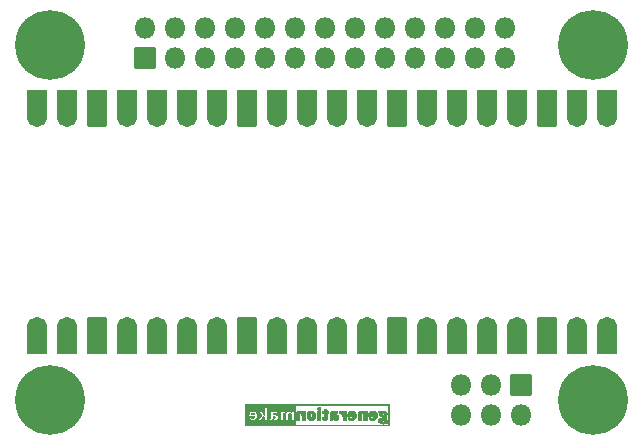
<source format=gbs>
G04 #@! TF.GenerationSoftware,KiCad,Pcbnew,6.0.11-2627ca5db0~126~ubuntu22.04.1*
G04 #@! TF.CreationDate,2023-09-21T12:17:29+02:00*
G04 #@! TF.ProjectId,CyphalPicoBase-CAN,43797068-616c-4506-9963-6f426173652d,0.3*
G04 #@! TF.SameCoordinates,PX55d4a80PY57bcf00*
G04 #@! TF.FileFunction,Soldermask,Bot*
G04 #@! TF.FilePolarity,Negative*
%FSLAX46Y46*%
G04 Gerber Fmt 4.6, Leading zero omitted, Abs format (unit mm)*
G04 Created by KiCad (PCBNEW 6.0.11-2627ca5db0~126~ubuntu22.04.1) date 2023-09-21 12:17:29*
%MOMM*%
%LPD*%
G01*
G04 APERTURE LIST*
G04 Aperture macros list*
%AMRoundRect*
0 Rectangle with rounded corners*
0 $1 Rounding radius*
0 $2 $3 $4 $5 $6 $7 $8 $9 X,Y pos of 4 corners*
0 Add a 4 corners polygon primitive as box body*
4,1,4,$2,$3,$4,$5,$6,$7,$8,$9,$2,$3,0*
0 Add four circle primitives for the rounded corners*
1,1,$1+$1,$2,$3*
1,1,$1+$1,$4,$5*
1,1,$1+$1,$6,$7*
1,1,$1+$1,$8,$9*
0 Add four rect primitives between the rounded corners*
20,1,$1+$1,$2,$3,$4,$5,0*
20,1,$1+$1,$4,$5,$6,$7,0*
20,1,$1+$1,$6,$7,$8,$9,0*
20,1,$1+$1,$8,$9,$2,$3,0*%
G04 Aperture macros list end*
%ADD10C,0.010000*%
%ADD11C,5.902000*%
%ADD12RoundRect,0.051000X-0.850000X0.850000X-0.850000X-0.850000X0.850000X-0.850000X0.850000X0.850000X0*%
%ADD13O,1.802000X1.802000*%
%ADD14RoundRect,0.051000X0.850000X-0.850000X0.850000X0.850000X-0.850000X0.850000X-0.850000X-0.850000X0*%
%ADD15C,1.702000*%
%ADD16RoundRect,0.051000X0.762000X-1.000000X0.762000X1.000000X-0.762000X1.000000X-0.762000X-1.000000X0*%
%ADD17RoundRect,0.051000X0.800000X-0.800000X0.800000X0.800000X-0.800000X0.800000X-0.800000X-0.800000X0*%
G04 APERTURE END LIST*
G36*
X-6476950Y-17183850D02*
G01*
X-6476950Y-17133050D01*
X-2247850Y-17133050D01*
X5626150Y-17133050D01*
X5626150Y-15482050D01*
X-2247850Y-15482050D01*
X-2247850Y-17133050D01*
X-6476950Y-17133050D01*
X-6476950Y-16396450D01*
X-6210250Y-16396450D01*
X-5981650Y-16396450D01*
X-5908458Y-16396562D01*
X-5846671Y-16397172D01*
X-5803814Y-16398635D01*
X-5776456Y-16401307D01*
X-5761164Y-16405545D01*
X-5754506Y-16411703D01*
X-5753050Y-16420137D01*
X-5755435Y-16435966D01*
X-5775813Y-16472011D01*
X-5811649Y-16503518D01*
X-5856407Y-16523923D01*
X-5901607Y-16530584D01*
X-5967346Y-16529668D01*
X-6035361Y-16520094D01*
X-6094325Y-16502866D01*
X-6126551Y-16490516D01*
X-6152533Y-16485869D01*
X-6166029Y-16496330D01*
X-6170531Y-16525302D01*
X-6169531Y-16576189D01*
X-6165800Y-16667029D01*
X-6115000Y-16685573D01*
X-6102266Y-16689814D01*
X-6038600Y-16703927D01*
X-5962345Y-16712743D01*
X-5883471Y-16715421D01*
X-5811950Y-16711120D01*
X-5760847Y-16702276D01*
X-5734383Y-16693096D01*
X-5410150Y-16693096D01*
X-5399898Y-16696098D01*
X-5368979Y-16698772D01*
X-5322357Y-16700583D01*
X-5265061Y-16701250D01*
X-5119973Y-16701250D01*
X-5038536Y-16568554D01*
X-4957099Y-16435859D01*
X-4917144Y-16463779D01*
X-4899444Y-16476900D01*
X-4886755Y-16491473D01*
X-4880093Y-16511921D01*
X-4877488Y-16544752D01*
X-4876969Y-16596475D01*
X-4876750Y-16701250D01*
X-4610050Y-16701250D01*
X-4434699Y-16701250D01*
X-4241339Y-16701250D01*
X-4220142Y-16656800D01*
X-4212469Y-16641316D01*
X-4196783Y-16617956D01*
X-4182593Y-16615575D01*
X-4165057Y-16631992D01*
X-4164461Y-16632700D01*
X-4142220Y-16654021D01*
X-4112302Y-16677592D01*
X-4075250Y-16695917D01*
X-4016951Y-16710525D01*
X-3951671Y-16716326D01*
X-3888950Y-16711859D01*
X-3861783Y-16705684D01*
X-3852418Y-16701250D01*
X-3568650Y-16701250D01*
X-3314650Y-16701250D01*
X-3314576Y-16513925D01*
X-3314409Y-16470849D01*
X-3312232Y-16369530D01*
X-3307024Y-16290288D01*
X-3298137Y-16230758D01*
X-3284922Y-16188575D01*
X-3266732Y-16161373D01*
X-3242919Y-16146786D01*
X-3212836Y-16142450D01*
X-3184162Y-16146989D01*
X-3156058Y-16165410D01*
X-3134238Y-16199728D01*
X-3118161Y-16251795D01*
X-3107290Y-16323458D01*
X-3101084Y-16416568D01*
X-3099005Y-16532975D01*
X-3098750Y-16701250D01*
X-2847129Y-16701250D01*
X-2842623Y-16463125D01*
X-2842020Y-16433623D01*
X-2839190Y-16341971D01*
X-2834806Y-16271982D01*
X-2828150Y-16220734D01*
X-2818505Y-16185304D01*
X-2805153Y-16162770D01*
X-2787377Y-16150210D01*
X-2764460Y-16144702D01*
X-2761578Y-16144413D01*
X-2715510Y-16152053D01*
X-2678454Y-16181085D01*
X-2654950Y-16228054D01*
X-2652037Y-16243745D01*
X-2647920Y-16285807D01*
X-2644624Y-16344286D01*
X-2642431Y-16413689D01*
X-2641620Y-16488525D01*
X-2641550Y-16701250D01*
X-2374850Y-16701250D01*
X-2374850Y-15951950D01*
X-2576080Y-15951950D01*
X-2590750Y-15996400D01*
X-2596357Y-16012359D01*
X-2609008Y-16035904D01*
X-2622143Y-16036198D01*
X-2639182Y-16014521D01*
X-2650510Y-16000066D01*
X-2692682Y-15970824D01*
X-2749787Y-15951498D01*
X-2815745Y-15942196D01*
X-2884477Y-15943025D01*
X-2949902Y-15954092D01*
X-3005940Y-15975502D01*
X-3046509Y-16007364D01*
X-3049192Y-16010546D01*
X-3063877Y-16023747D01*
X-3080068Y-16025267D01*
X-3103992Y-16013859D01*
X-3141875Y-15988277D01*
X-3149814Y-15982938D01*
X-3214799Y-15953269D01*
X-3287939Y-15939331D01*
X-3362164Y-15941064D01*
X-3430399Y-15958404D01*
X-3485572Y-15991290D01*
X-3506938Y-16011902D01*
X-3527171Y-16038229D01*
X-3542526Y-16069823D01*
X-3553646Y-16110035D01*
X-3561175Y-16162218D01*
X-3565757Y-16229723D01*
X-3568034Y-16315904D01*
X-3568650Y-16424112D01*
X-3568650Y-16701250D01*
X-3852418Y-16701250D01*
X-3798809Y-16675869D01*
X-3753056Y-16627696D01*
X-3725033Y-16561846D01*
X-3715246Y-16479000D01*
X-3720457Y-16418862D01*
X-3742838Y-16357355D01*
X-3783999Y-16308754D01*
X-3845183Y-16272089D01*
X-3927629Y-16246388D01*
X-4032577Y-16230682D01*
X-4066493Y-16227228D01*
X-4114588Y-16221366D01*
X-4149040Y-16215916D01*
X-4164013Y-16211719D01*
X-4164103Y-16211625D01*
X-4163482Y-16196525D01*
X-4152249Y-16170704D01*
X-4125035Y-16139157D01*
X-4086069Y-16124010D01*
X-4032584Y-16125029D01*
X-3961698Y-16141776D01*
X-3953814Y-16144121D01*
X-3909711Y-16155340D01*
X-3876232Y-16160750D01*
X-3860098Y-16159197D01*
X-3851895Y-16146214D01*
X-3836350Y-16115665D01*
X-3817969Y-16075672D01*
X-3785856Y-16002544D01*
X-3828453Y-15984746D01*
X-3830415Y-15983934D01*
X-3907496Y-15960046D01*
X-3999234Y-15944127D01*
X-4095949Y-15937874D01*
X-4171190Y-15940622D01*
X-4252847Y-15955619D01*
X-4316947Y-15984849D01*
X-4366309Y-16029723D01*
X-4403754Y-16091650D01*
X-4404198Y-16092634D01*
X-4411238Y-16113716D01*
X-4416797Y-16143703D01*
X-4421133Y-16185893D01*
X-4424504Y-16243586D01*
X-4427170Y-16320080D01*
X-4429389Y-16418675D01*
X-4434699Y-16701250D01*
X-4610050Y-16701250D01*
X-4610050Y-15658961D01*
X-4740225Y-15662580D01*
X-4870400Y-15666200D01*
X-4868350Y-15966874D01*
X-4866301Y-16267548D01*
X-4959708Y-16144674D01*
X-4990234Y-16104286D01*
X-5032736Y-16047914D01*
X-5064936Y-16007197D01*
X-5090623Y-15979688D01*
X-5113585Y-15962940D01*
X-5137613Y-15954505D01*
X-5166495Y-15951936D01*
X-5204019Y-15952786D01*
X-5253976Y-15954607D01*
X-5396253Y-15958300D01*
X-5269359Y-16114031D01*
X-5142465Y-16269763D01*
X-5189471Y-16342669D01*
X-5276307Y-16477352D01*
X-5280967Y-16484585D01*
X-5321850Y-16548478D01*
X-5357318Y-16604674D01*
X-5385263Y-16649775D01*
X-5403576Y-16680382D01*
X-5410150Y-16693096D01*
X-5734383Y-16693096D01*
X-5670132Y-16670808D01*
X-5597275Y-16621299D01*
X-5542311Y-16553776D01*
X-5505274Y-16468266D01*
X-5495715Y-16428486D01*
X-5487305Y-16342669D01*
X-5492445Y-16254582D01*
X-5510026Y-16170719D01*
X-5538942Y-16097575D01*
X-5578082Y-16041644D01*
X-5597643Y-16022707D01*
X-5647542Y-15985961D01*
X-5704124Y-15962199D01*
X-5773305Y-15949415D01*
X-5861000Y-15945600D01*
X-5892056Y-15945752D01*
X-5945383Y-15947593D01*
X-5984258Y-15952522D01*
X-6016183Y-15961776D01*
X-6048663Y-15976595D01*
X-6070630Y-15988904D01*
X-6132460Y-16040297D01*
X-6176008Y-16107809D01*
X-6201772Y-16192418D01*
X-6210250Y-16295107D01*
X-6210250Y-16396450D01*
X-6476950Y-16396450D01*
X-6476950Y-15418550D01*
X5676950Y-15418550D01*
X5676950Y-17183850D01*
X-6476950Y-17183850D01*
G37*
D10*
X-6476950Y-17183850D02*
X-6476950Y-17133050D01*
X-2247850Y-17133050D01*
X5626150Y-17133050D01*
X5626150Y-15482050D01*
X-2247850Y-15482050D01*
X-2247850Y-17133050D01*
X-6476950Y-17133050D01*
X-6476950Y-16396450D01*
X-6210250Y-16396450D01*
X-5981650Y-16396450D01*
X-5908458Y-16396562D01*
X-5846671Y-16397172D01*
X-5803814Y-16398635D01*
X-5776456Y-16401307D01*
X-5761164Y-16405545D01*
X-5754506Y-16411703D01*
X-5753050Y-16420137D01*
X-5755435Y-16435966D01*
X-5775813Y-16472011D01*
X-5811649Y-16503518D01*
X-5856407Y-16523923D01*
X-5901607Y-16530584D01*
X-5967346Y-16529668D01*
X-6035361Y-16520094D01*
X-6094325Y-16502866D01*
X-6126551Y-16490516D01*
X-6152533Y-16485869D01*
X-6166029Y-16496330D01*
X-6170531Y-16525302D01*
X-6169531Y-16576189D01*
X-6165800Y-16667029D01*
X-6115000Y-16685573D01*
X-6102266Y-16689814D01*
X-6038600Y-16703927D01*
X-5962345Y-16712743D01*
X-5883471Y-16715421D01*
X-5811950Y-16711120D01*
X-5760847Y-16702276D01*
X-5734383Y-16693096D01*
X-5410150Y-16693096D01*
X-5399898Y-16696098D01*
X-5368979Y-16698772D01*
X-5322357Y-16700583D01*
X-5265061Y-16701250D01*
X-5119973Y-16701250D01*
X-5038536Y-16568554D01*
X-4957099Y-16435859D01*
X-4917144Y-16463779D01*
X-4899444Y-16476900D01*
X-4886755Y-16491473D01*
X-4880093Y-16511921D01*
X-4877488Y-16544752D01*
X-4876969Y-16596475D01*
X-4876750Y-16701250D01*
X-4610050Y-16701250D01*
X-4434699Y-16701250D01*
X-4241339Y-16701250D01*
X-4220142Y-16656800D01*
X-4212469Y-16641316D01*
X-4196783Y-16617956D01*
X-4182593Y-16615575D01*
X-4165057Y-16631992D01*
X-4164461Y-16632700D01*
X-4142220Y-16654021D01*
X-4112302Y-16677592D01*
X-4075250Y-16695917D01*
X-4016951Y-16710525D01*
X-3951671Y-16716326D01*
X-3888950Y-16711859D01*
X-3861783Y-16705684D01*
X-3852418Y-16701250D01*
X-3568650Y-16701250D01*
X-3314650Y-16701250D01*
X-3314576Y-16513925D01*
X-3314409Y-16470849D01*
X-3312232Y-16369530D01*
X-3307024Y-16290288D01*
X-3298137Y-16230758D01*
X-3284922Y-16188575D01*
X-3266732Y-16161373D01*
X-3242919Y-16146786D01*
X-3212836Y-16142450D01*
X-3184162Y-16146989D01*
X-3156058Y-16165410D01*
X-3134238Y-16199728D01*
X-3118161Y-16251795D01*
X-3107290Y-16323458D01*
X-3101084Y-16416568D01*
X-3099005Y-16532975D01*
X-3098750Y-16701250D01*
X-2847129Y-16701250D01*
X-2842623Y-16463125D01*
X-2842020Y-16433623D01*
X-2839190Y-16341971D01*
X-2834806Y-16271982D01*
X-2828150Y-16220734D01*
X-2818505Y-16185304D01*
X-2805153Y-16162770D01*
X-2787377Y-16150210D01*
X-2764460Y-16144702D01*
X-2761578Y-16144413D01*
X-2715510Y-16152053D01*
X-2678454Y-16181085D01*
X-2654950Y-16228054D01*
X-2652037Y-16243745D01*
X-2647920Y-16285807D01*
X-2644624Y-16344286D01*
X-2642431Y-16413689D01*
X-2641620Y-16488525D01*
X-2641550Y-16701250D01*
X-2374850Y-16701250D01*
X-2374850Y-15951950D01*
X-2576080Y-15951950D01*
X-2590750Y-15996400D01*
X-2596357Y-16012359D01*
X-2609008Y-16035904D01*
X-2622143Y-16036198D01*
X-2639182Y-16014521D01*
X-2650510Y-16000066D01*
X-2692682Y-15970824D01*
X-2749787Y-15951498D01*
X-2815745Y-15942196D01*
X-2884477Y-15943025D01*
X-2949902Y-15954092D01*
X-3005940Y-15975502D01*
X-3046509Y-16007364D01*
X-3049192Y-16010546D01*
X-3063877Y-16023747D01*
X-3080068Y-16025267D01*
X-3103992Y-16013859D01*
X-3141875Y-15988277D01*
X-3149814Y-15982938D01*
X-3214799Y-15953269D01*
X-3287939Y-15939331D01*
X-3362164Y-15941064D01*
X-3430399Y-15958404D01*
X-3485572Y-15991290D01*
X-3506938Y-16011902D01*
X-3527171Y-16038229D01*
X-3542526Y-16069823D01*
X-3553646Y-16110035D01*
X-3561175Y-16162218D01*
X-3565757Y-16229723D01*
X-3568034Y-16315904D01*
X-3568650Y-16424112D01*
X-3568650Y-16701250D01*
X-3852418Y-16701250D01*
X-3798809Y-16675869D01*
X-3753056Y-16627696D01*
X-3725033Y-16561846D01*
X-3715246Y-16479000D01*
X-3720457Y-16418862D01*
X-3742838Y-16357355D01*
X-3783999Y-16308754D01*
X-3845183Y-16272089D01*
X-3927629Y-16246388D01*
X-4032577Y-16230682D01*
X-4066493Y-16227228D01*
X-4114588Y-16221366D01*
X-4149040Y-16215916D01*
X-4164013Y-16211719D01*
X-4164103Y-16211625D01*
X-4163482Y-16196525D01*
X-4152249Y-16170704D01*
X-4125035Y-16139157D01*
X-4086069Y-16124010D01*
X-4032584Y-16125029D01*
X-3961698Y-16141776D01*
X-3953814Y-16144121D01*
X-3909711Y-16155340D01*
X-3876232Y-16160750D01*
X-3860098Y-16159197D01*
X-3851895Y-16146214D01*
X-3836350Y-16115665D01*
X-3817969Y-16075672D01*
X-3785856Y-16002544D01*
X-3828453Y-15984746D01*
X-3830415Y-15983934D01*
X-3907496Y-15960046D01*
X-3999234Y-15944127D01*
X-4095949Y-15937874D01*
X-4171190Y-15940622D01*
X-4252847Y-15955619D01*
X-4316947Y-15984849D01*
X-4366309Y-16029723D01*
X-4403754Y-16091650D01*
X-4404198Y-16092634D01*
X-4411238Y-16113716D01*
X-4416797Y-16143703D01*
X-4421133Y-16185893D01*
X-4424504Y-16243586D01*
X-4427170Y-16320080D01*
X-4429389Y-16418675D01*
X-4434699Y-16701250D01*
X-4610050Y-16701250D01*
X-4610050Y-15658961D01*
X-4740225Y-15662580D01*
X-4870400Y-15666200D01*
X-4868350Y-15966874D01*
X-4866301Y-16267548D01*
X-4959708Y-16144674D01*
X-4990234Y-16104286D01*
X-5032736Y-16047914D01*
X-5064936Y-16007197D01*
X-5090623Y-15979688D01*
X-5113585Y-15962940D01*
X-5137613Y-15954505D01*
X-5166495Y-15951936D01*
X-5204019Y-15952786D01*
X-5253976Y-15954607D01*
X-5396253Y-15958300D01*
X-5269359Y-16114031D01*
X-5142465Y-16269763D01*
X-5189471Y-16342669D01*
X-5276307Y-16477352D01*
X-5280967Y-16484585D01*
X-5321850Y-16548478D01*
X-5357318Y-16604674D01*
X-5385263Y-16649775D01*
X-5403576Y-16680382D01*
X-5410150Y-16693096D01*
X-5734383Y-16693096D01*
X-5670132Y-16670808D01*
X-5597275Y-16621299D01*
X-5542311Y-16553776D01*
X-5505274Y-16468266D01*
X-5495715Y-16428486D01*
X-5487305Y-16342669D01*
X-5492445Y-16254582D01*
X-5510026Y-16170719D01*
X-5538942Y-16097575D01*
X-5578082Y-16041644D01*
X-5597643Y-16022707D01*
X-5647542Y-15985961D01*
X-5704124Y-15962199D01*
X-5773305Y-15949415D01*
X-5861000Y-15945600D01*
X-5892056Y-15945752D01*
X-5945383Y-15947593D01*
X-5984258Y-15952522D01*
X-6016183Y-15961776D01*
X-6048663Y-15976595D01*
X-6070630Y-15988904D01*
X-6132460Y-16040297D01*
X-6176008Y-16107809D01*
X-6201772Y-16192418D01*
X-6210250Y-16295107D01*
X-6210250Y-16396450D01*
X-6476950Y-16396450D01*
X-6476950Y-15418550D01*
X5676950Y-15418550D01*
X5676950Y-17183850D01*
X-6476950Y-17183850D01*
G36*
X4656067Y-16373935D02*
G01*
X4647658Y-16433149D01*
X4619625Y-16523316D01*
X4574214Y-16595492D01*
X4510744Y-16650623D01*
X4428532Y-16689657D01*
X4408413Y-16695553D01*
X4340899Y-16707192D01*
X4261747Y-16712425D01*
X4180010Y-16711252D01*
X4104743Y-16703673D01*
X4045000Y-16689686D01*
X3981500Y-16667392D01*
X3977769Y-16576371D01*
X3977566Y-16570898D01*
X3977598Y-16527590D01*
X3980492Y-16496964D01*
X3985697Y-16485350D01*
X3990242Y-16485929D01*
X4014844Y-16492400D01*
X4049473Y-16503737D01*
X4050508Y-16504100D01*
X4115387Y-16521408D01*
X4184221Y-16530990D01*
X4247902Y-16532104D01*
X4297323Y-16524003D01*
X4314333Y-16517074D01*
X4354255Y-16489957D01*
X4383133Y-16455247D01*
X4394250Y-16420137D01*
X4394250Y-16420005D01*
X4392776Y-16411728D01*
X4386152Y-16405652D01*
X4371003Y-16401438D01*
X4343954Y-16398749D01*
X4301631Y-16397246D01*
X4240658Y-16396592D01*
X4157661Y-16396450D01*
X3921071Y-16396450D01*
X3930035Y-16293684D01*
X3931789Y-16275416D01*
X3941906Y-16216821D01*
X4169269Y-16216821D01*
X4173681Y-16224345D01*
X4190775Y-16228755D01*
X4224786Y-16230831D01*
X4279950Y-16231350D01*
X4312291Y-16231219D01*
X4355635Y-16229966D01*
X4380088Y-16226741D01*
X4389884Y-16220765D01*
X4389259Y-16211261D01*
X4385720Y-16200784D01*
X4381550Y-16180006D01*
X4375620Y-16163428D01*
X4351387Y-16140964D01*
X4315972Y-16123854D01*
X4277556Y-16117050D01*
X4256045Y-16119262D01*
X4218251Y-16132917D01*
X4189668Y-16154690D01*
X4178350Y-16179511D01*
X4177495Y-16187065D01*
X4170642Y-16211261D01*
X4169269Y-16216821D01*
X3941906Y-16216821D01*
X3949629Y-16172090D01*
X3980046Y-16089909D01*
X4024470Y-16027331D01*
X4084331Y-15982812D01*
X4161058Y-15954809D01*
X4256082Y-15941779D01*
X4273714Y-15941011D01*
X4378130Y-15948228D01*
X4467723Y-15975572D01*
X4541427Y-16021892D01*
X4598177Y-16086039D01*
X4636911Y-16166862D01*
X4647905Y-16220765D01*
X4656562Y-16263210D01*
X4656067Y-16373935D01*
G37*
X4656067Y-16373935D02*
X4647658Y-16433149D01*
X4619625Y-16523316D01*
X4574214Y-16595492D01*
X4510744Y-16650623D01*
X4428532Y-16689657D01*
X4408413Y-16695553D01*
X4340899Y-16707192D01*
X4261747Y-16712425D01*
X4180010Y-16711252D01*
X4104743Y-16703673D01*
X4045000Y-16689686D01*
X3981500Y-16667392D01*
X3977769Y-16576371D01*
X3977566Y-16570898D01*
X3977598Y-16527590D01*
X3980492Y-16496964D01*
X3985697Y-16485350D01*
X3990242Y-16485929D01*
X4014844Y-16492400D01*
X4049473Y-16503737D01*
X4050508Y-16504100D01*
X4115387Y-16521408D01*
X4184221Y-16530990D01*
X4247902Y-16532104D01*
X4297323Y-16524003D01*
X4314333Y-16517074D01*
X4354255Y-16489957D01*
X4383133Y-16455247D01*
X4394250Y-16420137D01*
X4394250Y-16420005D01*
X4392776Y-16411728D01*
X4386152Y-16405652D01*
X4371003Y-16401438D01*
X4343954Y-16398749D01*
X4301631Y-16397246D01*
X4240658Y-16396592D01*
X4157661Y-16396450D01*
X3921071Y-16396450D01*
X3930035Y-16293684D01*
X3931789Y-16275416D01*
X3941906Y-16216821D01*
X4169269Y-16216821D01*
X4173681Y-16224345D01*
X4190775Y-16228755D01*
X4224786Y-16230831D01*
X4279950Y-16231350D01*
X4312291Y-16231219D01*
X4355635Y-16229966D01*
X4380088Y-16226741D01*
X4389884Y-16220765D01*
X4389259Y-16211261D01*
X4385720Y-16200784D01*
X4381550Y-16180006D01*
X4375620Y-16163428D01*
X4351387Y-16140964D01*
X4315972Y-16123854D01*
X4277556Y-16117050D01*
X4256045Y-16119262D01*
X4218251Y-16132917D01*
X4189668Y-16154690D01*
X4178350Y-16179511D01*
X4177495Y-16187065D01*
X4170642Y-16211261D01*
X4169269Y-16216821D01*
X3941906Y-16216821D01*
X3949629Y-16172090D01*
X3980046Y-16089909D01*
X4024470Y-16027331D01*
X4084331Y-15982812D01*
X4161058Y-15954809D01*
X4256082Y-15941779D01*
X4273714Y-15941011D01*
X4378130Y-15948228D01*
X4467723Y-15975572D01*
X4541427Y-16021892D01*
X4598177Y-16086039D01*
X4636911Y-16166862D01*
X4647905Y-16220765D01*
X4656562Y-16263210D01*
X4656067Y-16373935D01*
G36*
X-197721Y-15654630D02*
G01*
X-158122Y-15678322D01*
X-155433Y-15681110D01*
X-131965Y-15722453D01*
X-128841Y-15768252D01*
X-143914Y-15811972D01*
X-175041Y-15847079D01*
X-220074Y-15867037D01*
X-251354Y-15869445D01*
X-305055Y-15861959D01*
X-350897Y-15843428D01*
X-378409Y-15814467D01*
X-393340Y-15773299D01*
X-394066Y-15728916D01*
X-380510Y-15689356D01*
X-352599Y-15662658D01*
X-306937Y-15647597D01*
X-250356Y-15644144D01*
X-197721Y-15654630D01*
G37*
X-197721Y-15654630D02*
X-158122Y-15678322D01*
X-155433Y-15681110D01*
X-131965Y-15722453D01*
X-128841Y-15768252D01*
X-143914Y-15811972D01*
X-175041Y-15847079D01*
X-220074Y-15867037D01*
X-251354Y-15869445D01*
X-305055Y-15861959D01*
X-350897Y-15843428D01*
X-378409Y-15814467D01*
X-393340Y-15773299D01*
X-394066Y-15728916D01*
X-380510Y-15689356D01*
X-352599Y-15662658D01*
X-306937Y-15647597D01*
X-250356Y-15644144D01*
X-197721Y-15654630D01*
G36*
X3401500Y-15947074D02*
G01*
X3417633Y-15952282D01*
X3455054Y-15972062D01*
X3492595Y-15999384D01*
X3513736Y-16016797D01*
X3537637Y-16034310D01*
X3548569Y-16039184D01*
X3548670Y-16039058D01*
X3555138Y-16024337D01*
X3564859Y-15996400D01*
X3571178Y-15979039D01*
X3580625Y-15966927D01*
X3598232Y-15960197D01*
X3629743Y-15956781D01*
X3680898Y-15954611D01*
X3784650Y-15950922D01*
X3784650Y-16701250D01*
X3517950Y-16701250D01*
X3517880Y-16494875D01*
X3517017Y-16405488D01*
X3513784Y-16326968D01*
X3507636Y-16267283D01*
X3498036Y-16223012D01*
X3484445Y-16190733D01*
X3466326Y-16167025D01*
X3451471Y-16155640D01*
X3410643Y-16143097D01*
X3367441Y-16147658D01*
X3332594Y-16169154D01*
X3325272Y-16178749D01*
X3318677Y-16193464D01*
X3313810Y-16215444D01*
X3310304Y-16248316D01*
X3307790Y-16295707D01*
X3305902Y-16361244D01*
X3304272Y-16448554D01*
X3300144Y-16701250D01*
X3032901Y-16701250D01*
X3037835Y-16418675D01*
X3039240Y-16348837D01*
X3042066Y-16259683D01*
X3046234Y-16190075D01*
X3052363Y-16136464D01*
X3061072Y-16095296D01*
X3072978Y-16063021D01*
X3088701Y-16036088D01*
X3108860Y-16010946D01*
X3124322Y-15996172D01*
X3178013Y-15965182D01*
X3246362Y-15945741D01*
X3322986Y-15939240D01*
X3401500Y-15947074D01*
G37*
X3401500Y-15947074D02*
X3417633Y-15952282D01*
X3455054Y-15972062D01*
X3492595Y-15999384D01*
X3513736Y-16016797D01*
X3537637Y-16034310D01*
X3548569Y-16039184D01*
X3548670Y-16039058D01*
X3555138Y-16024337D01*
X3564859Y-15996400D01*
X3571178Y-15979039D01*
X3580625Y-15966927D01*
X3598232Y-15960197D01*
X3629743Y-15956781D01*
X3680898Y-15954611D01*
X3784650Y-15950922D01*
X3784650Y-16701250D01*
X3517950Y-16701250D01*
X3517880Y-16494875D01*
X3517017Y-16405488D01*
X3513784Y-16326968D01*
X3507636Y-16267283D01*
X3498036Y-16223012D01*
X3484445Y-16190733D01*
X3466326Y-16167025D01*
X3451471Y-16155640D01*
X3410643Y-16143097D01*
X3367441Y-16147658D01*
X3332594Y-16169154D01*
X3325272Y-16178749D01*
X3318677Y-16193464D01*
X3313810Y-16215444D01*
X3310304Y-16248316D01*
X3307790Y-16295707D01*
X3305902Y-16361244D01*
X3304272Y-16448554D01*
X3300144Y-16701250D01*
X3032901Y-16701250D01*
X3037835Y-16418675D01*
X3039240Y-16348837D01*
X3042066Y-16259683D01*
X3046234Y-16190075D01*
X3052363Y-16136464D01*
X3061072Y-16095296D01*
X3072978Y-16063021D01*
X3088701Y-16036088D01*
X3108860Y-16010946D01*
X3124322Y-15996172D01*
X3178013Y-15965182D01*
X3246362Y-15945741D01*
X3322986Y-15939240D01*
X3401500Y-15947074D01*
G36*
X-561936Y-16433618D02*
G01*
X-597238Y-16532513D01*
X-617140Y-16569275D01*
X-655811Y-16619952D01*
X-705168Y-16657862D01*
X-772565Y-16689597D01*
X-784079Y-16693844D01*
X-868328Y-16712211D01*
X-957535Y-16712789D01*
X-1045047Y-16696706D01*
X-1124211Y-16665092D01*
X-1188374Y-16619073D01*
X-1233253Y-16566107D01*
X-1270329Y-16492570D01*
X-1289837Y-16405348D01*
X-1291061Y-16362899D01*
X-1028154Y-16362899D01*
X-1023209Y-16421669D01*
X-1010724Y-16464476D01*
X-989897Y-16495824D01*
X-974901Y-16508649D01*
X-933591Y-16523300D01*
X-889332Y-16517214D01*
X-849888Y-16490676D01*
X-847672Y-16488295D01*
X-834543Y-16471789D01*
X-826187Y-16452909D01*
X-821539Y-16425901D01*
X-819532Y-16385009D01*
X-819100Y-16324477D01*
X-819139Y-16293412D01*
X-819920Y-16243725D01*
X-822653Y-16211184D01*
X-828555Y-16190186D01*
X-838842Y-16175126D01*
X-854733Y-16160400D01*
X-862105Y-16154424D01*
X-907257Y-16132646D01*
X-951364Y-16135286D01*
X-991304Y-16162303D01*
X-1003393Y-16176957D01*
X-1015565Y-16201697D01*
X-1022619Y-16236653D01*
X-1026662Y-16289409D01*
X-1028154Y-16362899D01*
X-1291061Y-16362899D01*
X-1292841Y-16301200D01*
X-1292716Y-16298329D01*
X-1288786Y-16238426D01*
X-1281872Y-16194550D01*
X-1269898Y-16157702D01*
X-1250788Y-16118884D01*
X-1223469Y-16075323D01*
X-1162886Y-16010992D01*
X-1088685Y-15967590D01*
X-1000087Y-15944725D01*
X-896308Y-15942009D01*
X-891483Y-15942340D01*
X-792257Y-15958763D01*
X-708950Y-15991894D01*
X-643374Y-16040751D01*
X-597338Y-16104350D01*
X-587736Y-16124703D01*
X-557187Y-16223904D01*
X-548942Y-16324477D01*
X-548587Y-16328812D01*
X-561936Y-16433618D01*
G37*
X-561936Y-16433618D02*
X-597238Y-16532513D01*
X-617140Y-16569275D01*
X-655811Y-16619952D01*
X-705168Y-16657862D01*
X-772565Y-16689597D01*
X-784079Y-16693844D01*
X-868328Y-16712211D01*
X-957535Y-16712789D01*
X-1045047Y-16696706D01*
X-1124211Y-16665092D01*
X-1188374Y-16619073D01*
X-1233253Y-16566107D01*
X-1270329Y-16492570D01*
X-1289837Y-16405348D01*
X-1291061Y-16362899D01*
X-1028154Y-16362899D01*
X-1023209Y-16421669D01*
X-1010724Y-16464476D01*
X-989897Y-16495824D01*
X-974901Y-16508649D01*
X-933591Y-16523300D01*
X-889332Y-16517214D01*
X-849888Y-16490676D01*
X-847672Y-16488295D01*
X-834543Y-16471789D01*
X-826187Y-16452909D01*
X-821539Y-16425901D01*
X-819532Y-16385009D01*
X-819100Y-16324477D01*
X-819139Y-16293412D01*
X-819920Y-16243725D01*
X-822653Y-16211184D01*
X-828555Y-16190186D01*
X-838842Y-16175126D01*
X-854733Y-16160400D01*
X-862105Y-16154424D01*
X-907257Y-16132646D01*
X-951364Y-16135286D01*
X-991304Y-16162303D01*
X-1003393Y-16176957D01*
X-1015565Y-16201697D01*
X-1022619Y-16236653D01*
X-1026662Y-16289409D01*
X-1028154Y-16362899D01*
X-1291061Y-16362899D01*
X-1292841Y-16301200D01*
X-1292716Y-16298329D01*
X-1288786Y-16238426D01*
X-1281872Y-16194550D01*
X-1269898Y-16157702D01*
X-1250788Y-16118884D01*
X-1223469Y-16075323D01*
X-1162886Y-16010992D01*
X-1088685Y-15967590D01*
X-1000087Y-15944725D01*
X-896308Y-15942009D01*
X-891483Y-15942340D01*
X-792257Y-15958763D01*
X-708950Y-15991894D01*
X-643374Y-16040751D01*
X-597338Y-16104350D01*
X-587736Y-16124703D01*
X-557187Y-16223904D01*
X-548942Y-16324477D01*
X-548587Y-16328812D01*
X-561936Y-16433618D01*
G36*
X411269Y-15878925D02*
G01*
X436340Y-15929672D01*
X464405Y-15966228D01*
X502047Y-15996400D01*
X524873Y-16012300D01*
X547390Y-16033068D01*
X556872Y-16055483D01*
X558823Y-16088475D01*
X558664Y-16108023D01*
X555198Y-16131887D01*
X542825Y-16140993D01*
X515892Y-16142450D01*
X472933Y-16142450D01*
X467949Y-16348892D01*
X464990Y-16436075D01*
X459578Y-16510796D01*
X450689Y-16567274D01*
X437075Y-16609239D01*
X417487Y-16640424D01*
X390678Y-16664559D01*
X355399Y-16685375D01*
X343819Y-16690731D01*
X281069Y-16707942D01*
X206517Y-16714314D01*
X129395Y-16709593D01*
X58934Y-16693526D01*
X-1007Y-16673102D01*
X2697Y-16582401D01*
X3532Y-16564742D01*
X7444Y-16522127D01*
X13817Y-16500176D01*
X23513Y-16495287D01*
X82411Y-16506484D01*
X130452Y-16510591D01*
X163775Y-16503417D01*
X185048Y-16482145D01*
X196939Y-16443959D01*
X202117Y-16386043D01*
X203250Y-16305581D01*
X203250Y-16142450D01*
X12750Y-16142450D01*
X12750Y-15951950D01*
X203250Y-15951950D01*
X203250Y-15799550D01*
X377240Y-15799550D01*
X411269Y-15878925D01*
G37*
X411269Y-15878925D02*
X436340Y-15929672D01*
X464405Y-15966228D01*
X502047Y-15996400D01*
X524873Y-16012300D01*
X547390Y-16033068D01*
X556872Y-16055483D01*
X558823Y-16088475D01*
X558664Y-16108023D01*
X555198Y-16131887D01*
X542825Y-16140993D01*
X515892Y-16142450D01*
X472933Y-16142450D01*
X467949Y-16348892D01*
X464990Y-16436075D01*
X459578Y-16510796D01*
X450689Y-16567274D01*
X437075Y-16609239D01*
X417487Y-16640424D01*
X390678Y-16664559D01*
X355399Y-16685375D01*
X343819Y-16690731D01*
X281069Y-16707942D01*
X206517Y-16714314D01*
X129395Y-16709593D01*
X58934Y-16693526D01*
X-1007Y-16673102D01*
X2697Y-16582401D01*
X3532Y-16564742D01*
X7444Y-16522127D01*
X13817Y-16500176D01*
X23513Y-16495287D01*
X82411Y-16506484D01*
X130452Y-16510591D01*
X163775Y-16503417D01*
X185048Y-16482145D01*
X196939Y-16443959D01*
X202117Y-16386043D01*
X203250Y-16305581D01*
X203250Y-16142450D01*
X12750Y-16142450D01*
X12750Y-15951950D01*
X203250Y-15951950D01*
X203250Y-15799550D01*
X377240Y-15799550D01*
X411269Y-15878925D01*
G36*
X-5834530Y-16119899D02*
G01*
X-5793544Y-16142944D01*
X-5774181Y-16164158D01*
X-5765750Y-16180006D01*
X-5764884Y-16187389D01*
X-5758041Y-16211261D01*
X-5756695Y-16216355D01*
X-5760582Y-16224120D01*
X-5777050Y-16228672D01*
X-5810366Y-16230814D01*
X-5864802Y-16231350D01*
X-5871478Y-16231349D01*
X-5923194Y-16231001D01*
X-5954561Y-16229186D01*
X-5970159Y-16224688D01*
X-5974565Y-16216289D01*
X-5972358Y-16202775D01*
X-5956285Y-16166295D01*
X-5922541Y-16133797D01*
X-5879743Y-16117591D01*
X-5834530Y-16119899D01*
G37*
X-5834530Y-16119899D02*
X-5793544Y-16142944D01*
X-5774181Y-16164158D01*
X-5765750Y-16180006D01*
X-5764884Y-16187389D01*
X-5758041Y-16211261D01*
X-5756695Y-16216355D01*
X-5760582Y-16224120D01*
X-5777050Y-16228672D01*
X-5810366Y-16230814D01*
X-5864802Y-16231350D01*
X-5871478Y-16231349D01*
X-5923194Y-16231001D01*
X-5954561Y-16229186D01*
X-5970159Y-16224688D01*
X-5974565Y-16216289D01*
X-5972358Y-16202775D01*
X-5956285Y-16166295D01*
X-5922541Y-16133797D01*
X-5879743Y-16117591D01*
X-5834530Y-16119899D01*
G36*
X1392560Y-16536768D02*
G01*
X1371721Y-16606499D01*
X1333243Y-16659137D01*
X1276400Y-16696022D01*
X1252777Y-16703599D01*
X1199945Y-16711238D01*
X1139448Y-16712632D01*
X1081889Y-16707756D01*
X1037868Y-16696583D01*
X1035797Y-16695681D01*
X997229Y-16673595D01*
X961198Y-16645576D01*
X944626Y-16630930D01*
X922283Y-16619407D01*
X905825Y-16629569D01*
X889163Y-16662877D01*
X883096Y-16676729D01*
X873053Y-16690738D01*
X856506Y-16698036D01*
X827154Y-16700811D01*
X778701Y-16701250D01*
X684134Y-16701250D01*
X688167Y-16412325D01*
X688195Y-16410304D01*
X688456Y-16392939D01*
X939850Y-16392939D01*
X939851Y-16393046D01*
X948661Y-16443602D01*
X971721Y-16488270D01*
X1004097Y-16517485D01*
X1008393Y-16519643D01*
X1056843Y-16534155D01*
X1095330Y-16527584D01*
X1120790Y-16501398D01*
X1130156Y-16457067D01*
X1128397Y-16441937D01*
X1107795Y-16409446D01*
X1065333Y-16386398D01*
X1002629Y-16373850D01*
X983546Y-16372181D01*
X955055Y-16371928D01*
X942598Y-16378206D01*
X939850Y-16392939D01*
X688456Y-16392939D01*
X689588Y-16317595D01*
X691095Y-16246506D01*
X693102Y-16193330D01*
X695993Y-16154361D01*
X700155Y-16125891D01*
X705971Y-16104214D01*
X713828Y-16085622D01*
X724110Y-16066409D01*
X738086Y-16043816D01*
X778376Y-15999382D01*
X830580Y-15968787D01*
X898757Y-15950100D01*
X986967Y-15941390D01*
X1060036Y-15941706D01*
X1135463Y-15948303D01*
X1205317Y-15960122D01*
X1263012Y-15976043D01*
X1301961Y-15994946D01*
X1312336Y-16005250D01*
X1314360Y-16019549D01*
X1307092Y-16044101D01*
X1289672Y-16085225D01*
X1273119Y-16121935D01*
X1259035Y-16151695D01*
X1251918Y-16164815D01*
X1251185Y-16165108D01*
X1234318Y-16162753D01*
X1200617Y-16154468D01*
X1156398Y-16141775D01*
X1116557Y-16130973D01*
X1050515Y-16121541D01*
X1002129Y-16128534D01*
X970197Y-16152018D01*
X957667Y-16171533D01*
X952669Y-16198389D01*
X969690Y-16216868D01*
X1009582Y-16227628D01*
X1073200Y-16231327D01*
X1077994Y-16231385D01*
X1141447Y-16237248D01*
X1206995Y-16250966D01*
X1265477Y-16270152D01*
X1307731Y-16292419D01*
X1356337Y-16339391D01*
X1387132Y-16399883D01*
X1394816Y-16457067D01*
X1397050Y-16473701D01*
X1392560Y-16536768D01*
G37*
X1392560Y-16536768D02*
X1371721Y-16606499D01*
X1333243Y-16659137D01*
X1276400Y-16696022D01*
X1252777Y-16703599D01*
X1199945Y-16711238D01*
X1139448Y-16712632D01*
X1081889Y-16707756D01*
X1037868Y-16696583D01*
X1035797Y-16695681D01*
X997229Y-16673595D01*
X961198Y-16645576D01*
X944626Y-16630930D01*
X922283Y-16619407D01*
X905825Y-16629569D01*
X889163Y-16662877D01*
X883096Y-16676729D01*
X873053Y-16690738D01*
X856506Y-16698036D01*
X827154Y-16700811D01*
X778701Y-16701250D01*
X684134Y-16701250D01*
X688167Y-16412325D01*
X688195Y-16410304D01*
X688456Y-16392939D01*
X939850Y-16392939D01*
X939851Y-16393046D01*
X948661Y-16443602D01*
X971721Y-16488270D01*
X1004097Y-16517485D01*
X1008393Y-16519643D01*
X1056843Y-16534155D01*
X1095330Y-16527584D01*
X1120790Y-16501398D01*
X1130156Y-16457067D01*
X1128397Y-16441937D01*
X1107795Y-16409446D01*
X1065333Y-16386398D01*
X1002629Y-16373850D01*
X983546Y-16372181D01*
X955055Y-16371928D01*
X942598Y-16378206D01*
X939850Y-16392939D01*
X688456Y-16392939D01*
X689588Y-16317595D01*
X691095Y-16246506D01*
X693102Y-16193330D01*
X695993Y-16154361D01*
X700155Y-16125891D01*
X705971Y-16104214D01*
X713828Y-16085622D01*
X724110Y-16066409D01*
X738086Y-16043816D01*
X778376Y-15999382D01*
X830580Y-15968787D01*
X898757Y-15950100D01*
X986967Y-15941390D01*
X1060036Y-15941706D01*
X1135463Y-15948303D01*
X1205317Y-15960122D01*
X1263012Y-15976043D01*
X1301961Y-15994946D01*
X1312336Y-16005250D01*
X1314360Y-16019549D01*
X1307092Y-16044101D01*
X1289672Y-16085225D01*
X1273119Y-16121935D01*
X1259035Y-16151695D01*
X1251918Y-16164815D01*
X1251185Y-16165108D01*
X1234318Y-16162753D01*
X1200617Y-16154468D01*
X1156398Y-16141775D01*
X1116557Y-16130973D01*
X1050515Y-16121541D01*
X1002129Y-16128534D01*
X970197Y-16152018D01*
X957667Y-16171533D01*
X952669Y-16198389D01*
X969690Y-16216868D01*
X1009582Y-16227628D01*
X1073200Y-16231327D01*
X1077994Y-16231385D01*
X1141447Y-16237248D01*
X1206995Y-16250966D01*
X1265477Y-16270152D01*
X1307731Y-16292419D01*
X1356337Y-16339391D01*
X1387132Y-16399883D01*
X1394816Y-16457067D01*
X1397050Y-16473701D01*
X1392560Y-16536768D01*
G36*
X-1880206Y-15940909D02*
G01*
X-1826354Y-15949629D01*
X-1782401Y-15968232D01*
X-1739805Y-15999384D01*
X-1718664Y-16016797D01*
X-1694763Y-16034310D01*
X-1683831Y-16039184D01*
X-1683730Y-16039058D01*
X-1677262Y-16024337D01*
X-1667541Y-15996400D01*
X-1661222Y-15979039D01*
X-1651775Y-15966927D01*
X-1634168Y-15960197D01*
X-1602657Y-15956781D01*
X-1551502Y-15954611D01*
X-1447750Y-15950922D01*
X-1447750Y-16701250D01*
X-1712027Y-16701250D01*
X-1716600Y-16469475D01*
X-1718560Y-16387104D01*
X-1721431Y-16318510D01*
X-1725781Y-16267679D01*
X-1732333Y-16230635D01*
X-1741808Y-16203406D01*
X-1754931Y-16182016D01*
X-1772423Y-16162490D01*
X-1787017Y-16152065D01*
X-1825528Y-16142795D01*
X-1866877Y-16148688D01*
X-1899806Y-16169154D01*
X-1907128Y-16178749D01*
X-1913723Y-16193464D01*
X-1918590Y-16215444D01*
X-1922096Y-16248316D01*
X-1924610Y-16295707D01*
X-1926498Y-16361244D01*
X-1928128Y-16448554D01*
X-1932256Y-16701250D01*
X-2199462Y-16701250D01*
X-2194779Y-16412325D01*
X-2193979Y-16364883D01*
X-2192253Y-16281398D01*
X-2190203Y-16217923D01*
X-2187489Y-16170798D01*
X-2183769Y-16136364D01*
X-2178704Y-16110959D01*
X-2171952Y-16090924D01*
X-2163174Y-16072600D01*
X-2136857Y-16031163D01*
X-2082849Y-15979706D01*
X-2015019Y-15949265D01*
X-1932345Y-15939250D01*
X-1880206Y-15940909D01*
G37*
X-1880206Y-15940909D02*
X-1826354Y-15949629D01*
X-1782401Y-15968232D01*
X-1739805Y-15999384D01*
X-1718664Y-16016797D01*
X-1694763Y-16034310D01*
X-1683831Y-16039184D01*
X-1683730Y-16039058D01*
X-1677262Y-16024337D01*
X-1667541Y-15996400D01*
X-1661222Y-15979039D01*
X-1651775Y-15966927D01*
X-1634168Y-15960197D01*
X-1602657Y-15956781D01*
X-1551502Y-15954611D01*
X-1447750Y-15950922D01*
X-1447750Y-16701250D01*
X-1712027Y-16701250D01*
X-1716600Y-16469475D01*
X-1718560Y-16387104D01*
X-1721431Y-16318510D01*
X-1725781Y-16267679D01*
X-1732333Y-16230635D01*
X-1741808Y-16203406D01*
X-1754931Y-16182016D01*
X-1772423Y-16162490D01*
X-1787017Y-16152065D01*
X-1825528Y-16142795D01*
X-1866877Y-16148688D01*
X-1899806Y-16169154D01*
X-1907128Y-16178749D01*
X-1913723Y-16193464D01*
X-1918590Y-16215444D01*
X-1922096Y-16248316D01*
X-1924610Y-16295707D01*
X-1926498Y-16361244D01*
X-1928128Y-16448554D01*
X-1932256Y-16701250D01*
X-2199462Y-16701250D01*
X-2194779Y-16412325D01*
X-2193979Y-16364883D01*
X-2192253Y-16281398D01*
X-2190203Y-16217923D01*
X-2187489Y-16170798D01*
X-2183769Y-16136364D01*
X-2178704Y-16110959D01*
X-2171952Y-16090924D01*
X-2163174Y-16072600D01*
X-2136857Y-16031163D01*
X-2082849Y-15979706D01*
X-2015019Y-15949265D01*
X-1932345Y-15939250D01*
X-1880206Y-15940909D01*
G36*
X5536986Y-16836407D02*
G01*
X5523396Y-16899991D01*
X5488701Y-16951119D01*
X5432177Y-16990553D01*
X5353100Y-17019055D01*
X5344823Y-17020762D01*
X5307771Y-17025141D01*
X5256817Y-17028476D01*
X5200426Y-17030150D01*
X5182094Y-17030184D01*
X5070813Y-17022188D01*
X4973655Y-17000629D01*
X4892949Y-16966452D01*
X4831023Y-16920598D01*
X4790207Y-16864012D01*
X4784980Y-16852619D01*
X4765832Y-16788843D01*
X4978450Y-16788843D01*
X4988596Y-16809225D01*
X5018080Y-16831742D01*
X5060889Y-16851594D01*
X5110958Y-16865283D01*
X5145455Y-16871307D01*
X5178113Y-16876325D01*
X5193508Y-16877750D01*
X5201980Y-16876172D01*
X5263618Y-16860352D01*
X5301511Y-16840577D01*
X5317011Y-16815784D01*
X5311467Y-16784910D01*
X5292195Y-16761102D01*
X5248462Y-16740499D01*
X5185051Y-16731317D01*
X5103877Y-16734027D01*
X5083300Y-16736417D01*
X5026235Y-16748562D01*
X4990693Y-16766296D01*
X4978450Y-16788843D01*
X4765832Y-16788843D01*
X4761855Y-16775597D01*
X4761830Y-16705114D01*
X4784157Y-16643413D01*
X4828092Y-16592736D01*
X4892887Y-16555325D01*
X4896725Y-16553867D01*
X4940676Y-16542526D01*
X5000408Y-16533398D01*
X5067350Y-16527835D01*
X5118023Y-16525146D01*
X5173908Y-16521074D01*
X5210769Y-16516094D01*
X5232400Y-16509335D01*
X5242595Y-16499924D01*
X5245150Y-16486990D01*
X5245023Y-16483981D01*
X5240026Y-16473104D01*
X5224199Y-16465727D01*
X5192690Y-16460396D01*
X5140647Y-16455655D01*
X5061558Y-16444936D01*
X4975681Y-16418324D01*
X4910425Y-16377637D01*
X4866172Y-16323059D01*
X4864486Y-16319906D01*
X4842802Y-16259333D01*
X4835284Y-16193729D01*
X4835727Y-16190515D01*
X5080775Y-16190515D01*
X5083893Y-16239375D01*
X5099821Y-16279324D01*
X5117296Y-16296365D01*
X5156250Y-16307550D01*
X5169495Y-16306460D01*
X5203834Y-16288716D01*
X5225137Y-16250357D01*
X5232450Y-16192818D01*
X5229634Y-16161659D01*
X5214172Y-16118535D01*
X5188660Y-16089494D01*
X5157033Y-16078288D01*
X5123227Y-16088669D01*
X5108449Y-16102887D01*
X5089337Y-16141950D01*
X5080775Y-16190515D01*
X4835727Y-16190515D01*
X4843375Y-16135020D01*
X4845201Y-16117268D01*
X4832837Y-16104400D01*
X4800841Y-16091712D01*
X4778099Y-16083741D01*
X4758536Y-16071690D01*
X4751055Y-16051698D01*
X4749850Y-16015036D01*
X4749850Y-15955188D01*
X5000675Y-15946113D01*
X5019803Y-15945425D01*
X5102070Y-15942695D01*
X5164154Y-15941359D01*
X5210383Y-15941660D01*
X5245091Y-15943837D01*
X5272607Y-15948131D01*
X5297263Y-15954782D01*
X5323390Y-15964032D01*
X5349610Y-15975134D01*
X5409914Y-16015591D01*
X5451291Y-16071507D01*
X5476084Y-16145668D01*
X5479413Y-16164465D01*
X5479641Y-16192818D01*
X5480044Y-16243005D01*
X5457154Y-16312093D01*
X5410637Y-16372093D01*
X5362863Y-16417586D01*
X5399003Y-16441876D01*
X5400015Y-16442561D01*
X5439353Y-16481272D01*
X5455819Y-16526468D01*
X5448149Y-16574735D01*
X5429994Y-16605599D01*
X5408509Y-16625982D01*
X5401725Y-16629841D01*
X5386705Y-16644719D01*
X5395086Y-16658561D01*
X5427756Y-16673562D01*
X5461489Y-16693025D01*
X5499231Y-16731947D01*
X5526659Y-16778920D01*
X5535145Y-16815784D01*
X5537250Y-16824930D01*
X5536986Y-16836407D01*
G37*
X5536986Y-16836407D02*
X5523396Y-16899991D01*
X5488701Y-16951119D01*
X5432177Y-16990553D01*
X5353100Y-17019055D01*
X5344823Y-17020762D01*
X5307771Y-17025141D01*
X5256817Y-17028476D01*
X5200426Y-17030150D01*
X5182094Y-17030184D01*
X5070813Y-17022188D01*
X4973655Y-17000629D01*
X4892949Y-16966452D01*
X4831023Y-16920598D01*
X4790207Y-16864012D01*
X4784980Y-16852619D01*
X4765832Y-16788843D01*
X4978450Y-16788843D01*
X4988596Y-16809225D01*
X5018080Y-16831742D01*
X5060889Y-16851594D01*
X5110958Y-16865283D01*
X5145455Y-16871307D01*
X5178113Y-16876325D01*
X5193508Y-16877750D01*
X5201980Y-16876172D01*
X5263618Y-16860352D01*
X5301511Y-16840577D01*
X5317011Y-16815784D01*
X5311467Y-16784910D01*
X5292195Y-16761102D01*
X5248462Y-16740499D01*
X5185051Y-16731317D01*
X5103877Y-16734027D01*
X5083300Y-16736417D01*
X5026235Y-16748562D01*
X4990693Y-16766296D01*
X4978450Y-16788843D01*
X4765832Y-16788843D01*
X4761855Y-16775597D01*
X4761830Y-16705114D01*
X4784157Y-16643413D01*
X4828092Y-16592736D01*
X4892887Y-16555325D01*
X4896725Y-16553867D01*
X4940676Y-16542526D01*
X5000408Y-16533398D01*
X5067350Y-16527835D01*
X5118023Y-16525146D01*
X5173908Y-16521074D01*
X5210769Y-16516094D01*
X5232400Y-16509335D01*
X5242595Y-16499924D01*
X5245150Y-16486990D01*
X5245023Y-16483981D01*
X5240026Y-16473104D01*
X5224199Y-16465727D01*
X5192690Y-16460396D01*
X5140647Y-16455655D01*
X5061558Y-16444936D01*
X4975681Y-16418324D01*
X4910425Y-16377637D01*
X4866172Y-16323059D01*
X4864486Y-16319906D01*
X4842802Y-16259333D01*
X4835284Y-16193729D01*
X4835727Y-16190515D01*
X5080775Y-16190515D01*
X5083893Y-16239375D01*
X5099821Y-16279324D01*
X5117296Y-16296365D01*
X5156250Y-16307550D01*
X5169495Y-16306460D01*
X5203834Y-16288716D01*
X5225137Y-16250357D01*
X5232450Y-16192818D01*
X5229634Y-16161659D01*
X5214172Y-16118535D01*
X5188660Y-16089494D01*
X5157033Y-16078288D01*
X5123227Y-16088669D01*
X5108449Y-16102887D01*
X5089337Y-16141950D01*
X5080775Y-16190515D01*
X4835727Y-16190515D01*
X4843375Y-16135020D01*
X4845201Y-16117268D01*
X4832837Y-16104400D01*
X4800841Y-16091712D01*
X4778099Y-16083741D01*
X4758536Y-16071690D01*
X4751055Y-16051698D01*
X4749850Y-16015036D01*
X4749850Y-15955188D01*
X5000675Y-15946113D01*
X5019803Y-15945425D01*
X5102070Y-15942695D01*
X5164154Y-15941359D01*
X5210383Y-15941660D01*
X5245091Y-15943837D01*
X5272607Y-15948131D01*
X5297263Y-15954782D01*
X5323390Y-15964032D01*
X5349610Y-15975134D01*
X5409914Y-16015591D01*
X5451291Y-16071507D01*
X5476084Y-16145668D01*
X5479413Y-16164465D01*
X5479641Y-16192818D01*
X5480044Y-16243005D01*
X5457154Y-16312093D01*
X5410637Y-16372093D01*
X5362863Y-16417586D01*
X5399003Y-16441876D01*
X5400015Y-16442561D01*
X5439353Y-16481272D01*
X5455819Y-16526468D01*
X5448149Y-16574735D01*
X5429994Y-16605599D01*
X5408509Y-16625982D01*
X5401725Y-16629841D01*
X5386705Y-16644719D01*
X5395086Y-16658561D01*
X5427756Y-16673562D01*
X5461489Y-16693025D01*
X5499231Y-16731947D01*
X5526659Y-16778920D01*
X5535145Y-16815784D01*
X5537250Y-16824930D01*
X5536986Y-16836407D01*
G36*
X2878657Y-16415105D02*
G01*
X2853337Y-16505731D01*
X2810340Y-16584036D01*
X2802260Y-16594565D01*
X2763930Y-16633489D01*
X2715612Y-16663807D01*
X2649625Y-16690611D01*
X2642458Y-16692948D01*
X2578205Y-16706250D01*
X2500288Y-16712737D01*
X2418222Y-16712395D01*
X2341522Y-16705210D01*
X2279700Y-16691169D01*
X2216200Y-16669500D01*
X2212469Y-16577425D01*
X2212239Y-16571064D01*
X2212323Y-16527640D01*
X2215239Y-16496971D01*
X2220443Y-16485350D01*
X2222190Y-16485482D01*
X2243550Y-16491321D01*
X2274975Y-16503139D01*
X2301907Y-16511762D01*
X2349337Y-16522187D01*
X2400406Y-16529684D01*
X2452181Y-16532265D01*
X2522623Y-16522745D01*
X2575164Y-16496506D01*
X2608922Y-16453868D01*
X2611764Y-16447801D01*
X2623988Y-16419510D01*
X2628950Y-16404055D01*
X2628947Y-16404014D01*
X2616523Y-16401629D01*
X2582702Y-16399553D01*
X2531423Y-16397913D01*
X2466622Y-16396836D01*
X2392239Y-16396450D01*
X2155527Y-16396450D01*
X2161896Y-16284745D01*
X2171001Y-16207662D01*
X2400350Y-16207662D01*
X2400944Y-16214457D01*
X2407131Y-16223434D01*
X2424061Y-16228537D01*
X2456615Y-16230823D01*
X2509677Y-16231350D01*
X2619004Y-16231350D01*
X2610736Y-16196425D01*
X2608741Y-16189210D01*
X2585239Y-16150007D01*
X2548333Y-16124803D01*
X2504971Y-16115330D01*
X2462102Y-16123322D01*
X2426672Y-16150512D01*
X2426138Y-16151196D01*
X2407907Y-16181486D01*
X2400350Y-16207662D01*
X2171001Y-16207662D01*
X2173373Y-16187577D01*
X2197286Y-16108270D01*
X2235255Y-16046439D01*
X2289036Y-15999242D01*
X2360385Y-15963841D01*
X2377177Y-15958012D01*
X2458388Y-15941559D01*
X2543677Y-15940573D01*
X2627495Y-15953803D01*
X2704292Y-15979996D01*
X2768517Y-16017901D01*
X2814620Y-16066268D01*
X2848058Y-16128943D01*
X2876067Y-16220746D01*
X2877176Y-16231350D01*
X2886250Y-16318121D01*
X2878657Y-16415105D01*
G37*
X2878657Y-16415105D02*
X2853337Y-16505731D01*
X2810340Y-16584036D01*
X2802260Y-16594565D01*
X2763930Y-16633489D01*
X2715612Y-16663807D01*
X2649625Y-16690611D01*
X2642458Y-16692948D01*
X2578205Y-16706250D01*
X2500288Y-16712737D01*
X2418222Y-16712395D01*
X2341522Y-16705210D01*
X2279700Y-16691169D01*
X2216200Y-16669500D01*
X2212469Y-16577425D01*
X2212239Y-16571064D01*
X2212323Y-16527640D01*
X2215239Y-16496971D01*
X2220443Y-16485350D01*
X2222190Y-16485482D01*
X2243550Y-16491321D01*
X2274975Y-16503139D01*
X2301907Y-16511762D01*
X2349337Y-16522187D01*
X2400406Y-16529684D01*
X2452181Y-16532265D01*
X2522623Y-16522745D01*
X2575164Y-16496506D01*
X2608922Y-16453868D01*
X2611764Y-16447801D01*
X2623988Y-16419510D01*
X2628950Y-16404055D01*
X2628947Y-16404014D01*
X2616523Y-16401629D01*
X2582702Y-16399553D01*
X2531423Y-16397913D01*
X2466622Y-16396836D01*
X2392239Y-16396450D01*
X2155527Y-16396450D01*
X2161896Y-16284745D01*
X2171001Y-16207662D01*
X2400350Y-16207662D01*
X2400944Y-16214457D01*
X2407131Y-16223434D01*
X2424061Y-16228537D01*
X2456615Y-16230823D01*
X2509677Y-16231350D01*
X2619004Y-16231350D01*
X2610736Y-16196425D01*
X2608741Y-16189210D01*
X2585239Y-16150007D01*
X2548333Y-16124803D01*
X2504971Y-16115330D01*
X2462102Y-16123322D01*
X2426672Y-16150512D01*
X2426138Y-16151196D01*
X2407907Y-16181486D01*
X2400350Y-16207662D01*
X2171001Y-16207662D01*
X2173373Y-16187577D01*
X2197286Y-16108270D01*
X2235255Y-16046439D01*
X2289036Y-15999242D01*
X2360385Y-15963841D01*
X2377177Y-15958012D01*
X2458388Y-15941559D01*
X2543677Y-15940573D01*
X2627495Y-15953803D01*
X2704292Y-15979996D01*
X2768517Y-16017901D01*
X2814620Y-16066268D01*
X2848058Y-16128943D01*
X2876067Y-16220746D01*
X2877176Y-16231350D01*
X2886250Y-16318121D01*
X2878657Y-16415105D01*
G36*
X-4115063Y-16371451D02*
G01*
X-4062691Y-16382399D01*
X-4017950Y-16405393D01*
X-3986762Y-16436507D01*
X-3975050Y-16471815D01*
X-3982522Y-16488651D01*
X-4001772Y-16512072D01*
X-4020003Y-16525377D01*
X-4057510Y-16532926D01*
X-4096401Y-16522326D01*
X-4131094Y-16496892D01*
X-4156005Y-16459942D01*
X-4165550Y-16414791D01*
X-4163610Y-16386223D01*
X-4153051Y-16373550D01*
X-4127042Y-16371050D01*
X-4115063Y-16371451D01*
G37*
X-4115063Y-16371451D02*
X-4062691Y-16382399D01*
X-4017950Y-16405393D01*
X-3986762Y-16436507D01*
X-3975050Y-16471815D01*
X-3982522Y-16488651D01*
X-4001772Y-16512072D01*
X-4020003Y-16525377D01*
X-4057510Y-16532926D01*
X-4096401Y-16522326D01*
X-4131094Y-16496892D01*
X-4156005Y-16459942D01*
X-4165550Y-16414791D01*
X-4163610Y-16386223D01*
X-4153051Y-16373550D01*
X-4127042Y-16371050D01*
X-4115063Y-16371451D01*
G36*
X1582957Y-15941740D02*
G01*
X1623926Y-15953411D01*
X1668223Y-15978745D01*
X1692052Y-15995717D01*
X1723185Y-16021962D01*
X1740697Y-16042245D01*
X1749683Y-16056492D01*
X1763804Y-16064265D01*
X1776969Y-16048815D01*
X1790750Y-16009100D01*
X1806752Y-15951950D01*
X2006650Y-15951950D01*
X2006650Y-16701250D01*
X1755261Y-16701250D01*
X1749992Y-16494875D01*
X1747398Y-16419265D01*
X1742496Y-16340035D01*
X1735968Y-16284778D01*
X1727877Y-16254187D01*
X1722267Y-16244339D01*
X1685238Y-16209765D01*
X1629165Y-16188069D01*
X1557056Y-16180550D01*
X1485950Y-16180550D01*
X1485950Y-16137962D01*
X1485246Y-16113959D01*
X1482282Y-16067362D01*
X1477791Y-16017312D01*
X1469632Y-15939250D01*
X1539114Y-15939250D01*
X1582957Y-15941740D01*
G37*
X1582957Y-15941740D02*
X1623926Y-15953411D01*
X1668223Y-15978745D01*
X1692052Y-15995717D01*
X1723185Y-16021962D01*
X1740697Y-16042245D01*
X1749683Y-16056492D01*
X1763804Y-16064265D01*
X1776969Y-16048815D01*
X1790750Y-16009100D01*
X1806752Y-15951950D01*
X2006650Y-15951950D01*
X2006650Y-16701250D01*
X1755261Y-16701250D01*
X1749992Y-16494875D01*
X1747398Y-16419265D01*
X1742496Y-16340035D01*
X1735968Y-16284778D01*
X1727877Y-16254187D01*
X1722267Y-16244339D01*
X1685238Y-16209765D01*
X1629165Y-16188069D01*
X1557056Y-16180550D01*
X1485950Y-16180550D01*
X1485950Y-16137962D01*
X1485246Y-16113959D01*
X1482282Y-16067362D01*
X1477791Y-16017312D01*
X1469632Y-15939250D01*
X1539114Y-15939250D01*
X1582957Y-15941740D01*
G36*
X-126950Y-16701250D02*
G01*
X-393650Y-16701250D01*
X-393650Y-15951950D01*
X-126950Y-15951950D01*
X-126950Y-16701250D01*
G37*
X-126950Y-16701250D02*
X-393650Y-16701250D01*
X-393650Y-15951950D01*
X-126950Y-15951950D01*
X-126950Y-16701250D01*
G36*
X-6476950Y-17183850D02*
G01*
X-6476950Y-17133050D01*
X-2247850Y-17133050D01*
X5626150Y-17133050D01*
X5626150Y-15482050D01*
X-2247850Y-15482050D01*
X-2247850Y-17133050D01*
X-6476950Y-17133050D01*
X-6476950Y-16396450D01*
X-6210250Y-16396450D01*
X-5981650Y-16396450D01*
X-5908458Y-16396562D01*
X-5846671Y-16397172D01*
X-5803814Y-16398635D01*
X-5776456Y-16401307D01*
X-5761164Y-16405545D01*
X-5754506Y-16411703D01*
X-5753050Y-16420137D01*
X-5755435Y-16435966D01*
X-5775813Y-16472011D01*
X-5811649Y-16503518D01*
X-5856407Y-16523923D01*
X-5901607Y-16530584D01*
X-5967346Y-16529668D01*
X-6035361Y-16520094D01*
X-6094325Y-16502866D01*
X-6126551Y-16490516D01*
X-6152533Y-16485869D01*
X-6166029Y-16496330D01*
X-6170531Y-16525302D01*
X-6169531Y-16576189D01*
X-6165800Y-16667029D01*
X-6115000Y-16685573D01*
X-6102266Y-16689814D01*
X-6038600Y-16703927D01*
X-5962345Y-16712743D01*
X-5883471Y-16715421D01*
X-5811950Y-16711120D01*
X-5760847Y-16702276D01*
X-5734383Y-16693096D01*
X-5410150Y-16693096D01*
X-5399898Y-16696098D01*
X-5368979Y-16698772D01*
X-5322357Y-16700583D01*
X-5265061Y-16701250D01*
X-5119973Y-16701250D01*
X-5038536Y-16568554D01*
X-4957099Y-16435859D01*
X-4917144Y-16463779D01*
X-4899444Y-16476900D01*
X-4886755Y-16491473D01*
X-4880093Y-16511921D01*
X-4877488Y-16544752D01*
X-4876969Y-16596475D01*
X-4876750Y-16701250D01*
X-4610050Y-16701250D01*
X-4434699Y-16701250D01*
X-4241339Y-16701250D01*
X-4220142Y-16656800D01*
X-4212469Y-16641316D01*
X-4196783Y-16617956D01*
X-4182593Y-16615575D01*
X-4165057Y-16631992D01*
X-4164461Y-16632700D01*
X-4142220Y-16654021D01*
X-4112302Y-16677592D01*
X-4075250Y-16695917D01*
X-4016951Y-16710525D01*
X-3951671Y-16716326D01*
X-3888950Y-16711859D01*
X-3861783Y-16705684D01*
X-3852418Y-16701250D01*
X-3568650Y-16701250D01*
X-3314650Y-16701250D01*
X-3314576Y-16513925D01*
X-3314409Y-16470849D01*
X-3312232Y-16369530D01*
X-3307024Y-16290288D01*
X-3298137Y-16230758D01*
X-3284922Y-16188575D01*
X-3266732Y-16161373D01*
X-3242919Y-16146786D01*
X-3212836Y-16142450D01*
X-3184162Y-16146989D01*
X-3156058Y-16165410D01*
X-3134238Y-16199728D01*
X-3118161Y-16251795D01*
X-3107290Y-16323458D01*
X-3101084Y-16416568D01*
X-3099005Y-16532975D01*
X-3098750Y-16701250D01*
X-2847129Y-16701250D01*
X-2842623Y-16463125D01*
X-2842020Y-16433623D01*
X-2839190Y-16341971D01*
X-2834806Y-16271982D01*
X-2828150Y-16220734D01*
X-2818505Y-16185304D01*
X-2805153Y-16162770D01*
X-2787377Y-16150210D01*
X-2764460Y-16144702D01*
X-2761578Y-16144413D01*
X-2715510Y-16152053D01*
X-2678454Y-16181085D01*
X-2654950Y-16228054D01*
X-2652037Y-16243745D01*
X-2647920Y-16285807D01*
X-2644624Y-16344286D01*
X-2642431Y-16413689D01*
X-2641620Y-16488525D01*
X-2641550Y-16701250D01*
X-2374850Y-16701250D01*
X-2374850Y-15951950D01*
X-2576080Y-15951950D01*
X-2590750Y-15996400D01*
X-2596357Y-16012359D01*
X-2609008Y-16035904D01*
X-2622143Y-16036198D01*
X-2639182Y-16014521D01*
X-2650510Y-16000066D01*
X-2692682Y-15970824D01*
X-2749787Y-15951498D01*
X-2815745Y-15942196D01*
X-2884477Y-15943025D01*
X-2949902Y-15954092D01*
X-3005940Y-15975502D01*
X-3046509Y-16007364D01*
X-3049192Y-16010546D01*
X-3063877Y-16023747D01*
X-3080068Y-16025267D01*
X-3103992Y-16013859D01*
X-3141875Y-15988277D01*
X-3149814Y-15982938D01*
X-3214799Y-15953269D01*
X-3287939Y-15939331D01*
X-3362164Y-15941064D01*
X-3430399Y-15958404D01*
X-3485572Y-15991290D01*
X-3506938Y-16011902D01*
X-3527171Y-16038229D01*
X-3542526Y-16069823D01*
X-3553646Y-16110035D01*
X-3561175Y-16162218D01*
X-3565757Y-16229723D01*
X-3568034Y-16315904D01*
X-3568650Y-16424112D01*
X-3568650Y-16701250D01*
X-3852418Y-16701250D01*
X-3798809Y-16675869D01*
X-3753056Y-16627696D01*
X-3725033Y-16561846D01*
X-3715246Y-16479000D01*
X-3720457Y-16418862D01*
X-3742838Y-16357355D01*
X-3783999Y-16308754D01*
X-3845183Y-16272089D01*
X-3927629Y-16246388D01*
X-4032577Y-16230682D01*
X-4066493Y-16227228D01*
X-4114588Y-16221366D01*
X-4149040Y-16215916D01*
X-4164013Y-16211719D01*
X-4164103Y-16211625D01*
X-4163482Y-16196525D01*
X-4152249Y-16170704D01*
X-4125035Y-16139157D01*
X-4086069Y-16124010D01*
X-4032584Y-16125029D01*
X-3961698Y-16141776D01*
X-3953814Y-16144121D01*
X-3909711Y-16155340D01*
X-3876232Y-16160750D01*
X-3860098Y-16159197D01*
X-3851895Y-16146214D01*
X-3836350Y-16115665D01*
X-3817969Y-16075672D01*
X-3785856Y-16002544D01*
X-3828453Y-15984746D01*
X-3830415Y-15983934D01*
X-3907496Y-15960046D01*
X-3999234Y-15944127D01*
X-4095949Y-15937874D01*
X-4171190Y-15940622D01*
X-4252847Y-15955619D01*
X-4316947Y-15984849D01*
X-4366309Y-16029723D01*
X-4403754Y-16091650D01*
X-4404198Y-16092634D01*
X-4411238Y-16113716D01*
X-4416797Y-16143703D01*
X-4421133Y-16185893D01*
X-4424504Y-16243586D01*
X-4427170Y-16320080D01*
X-4429389Y-16418675D01*
X-4434699Y-16701250D01*
X-4610050Y-16701250D01*
X-4610050Y-15658961D01*
X-4740225Y-15662580D01*
X-4870400Y-15666200D01*
X-4868350Y-15966874D01*
X-4866301Y-16267548D01*
X-4959708Y-16144674D01*
X-4990234Y-16104286D01*
X-5032736Y-16047914D01*
X-5064936Y-16007197D01*
X-5090623Y-15979688D01*
X-5113585Y-15962940D01*
X-5137613Y-15954505D01*
X-5166495Y-15951936D01*
X-5204019Y-15952786D01*
X-5253976Y-15954607D01*
X-5396253Y-15958300D01*
X-5269359Y-16114031D01*
X-5142465Y-16269763D01*
X-5189471Y-16342669D01*
X-5276307Y-16477352D01*
X-5280967Y-16484585D01*
X-5321850Y-16548478D01*
X-5357318Y-16604674D01*
X-5385263Y-16649775D01*
X-5403576Y-16680382D01*
X-5410150Y-16693096D01*
X-5734383Y-16693096D01*
X-5670132Y-16670808D01*
X-5597275Y-16621299D01*
X-5542311Y-16553776D01*
X-5505274Y-16468266D01*
X-5495715Y-16428486D01*
X-5487305Y-16342669D01*
X-5492445Y-16254582D01*
X-5510026Y-16170719D01*
X-5538942Y-16097575D01*
X-5578082Y-16041644D01*
X-5597643Y-16022707D01*
X-5647542Y-15985961D01*
X-5704124Y-15962199D01*
X-5773305Y-15949415D01*
X-5861000Y-15945600D01*
X-5892056Y-15945752D01*
X-5945383Y-15947593D01*
X-5984258Y-15952522D01*
X-6016183Y-15961776D01*
X-6048663Y-15976595D01*
X-6070630Y-15988904D01*
X-6132460Y-16040297D01*
X-6176008Y-16107809D01*
X-6201772Y-16192418D01*
X-6210250Y-16295107D01*
X-6210250Y-16396450D01*
X-6476950Y-16396450D01*
X-6476950Y-15418550D01*
X5676950Y-15418550D01*
X5676950Y-17183850D01*
X-6476950Y-17183850D01*
G37*
X-6476950Y-17183850D02*
X-6476950Y-17133050D01*
X-2247850Y-17133050D01*
X5626150Y-17133050D01*
X5626150Y-15482050D01*
X-2247850Y-15482050D01*
X-2247850Y-17133050D01*
X-6476950Y-17133050D01*
X-6476950Y-16396450D01*
X-6210250Y-16396450D01*
X-5981650Y-16396450D01*
X-5908458Y-16396562D01*
X-5846671Y-16397172D01*
X-5803814Y-16398635D01*
X-5776456Y-16401307D01*
X-5761164Y-16405545D01*
X-5754506Y-16411703D01*
X-5753050Y-16420137D01*
X-5755435Y-16435966D01*
X-5775813Y-16472011D01*
X-5811649Y-16503518D01*
X-5856407Y-16523923D01*
X-5901607Y-16530584D01*
X-5967346Y-16529668D01*
X-6035361Y-16520094D01*
X-6094325Y-16502866D01*
X-6126551Y-16490516D01*
X-6152533Y-16485869D01*
X-6166029Y-16496330D01*
X-6170531Y-16525302D01*
X-6169531Y-16576189D01*
X-6165800Y-16667029D01*
X-6115000Y-16685573D01*
X-6102266Y-16689814D01*
X-6038600Y-16703927D01*
X-5962345Y-16712743D01*
X-5883471Y-16715421D01*
X-5811950Y-16711120D01*
X-5760847Y-16702276D01*
X-5734383Y-16693096D01*
X-5410150Y-16693096D01*
X-5399898Y-16696098D01*
X-5368979Y-16698772D01*
X-5322357Y-16700583D01*
X-5265061Y-16701250D01*
X-5119973Y-16701250D01*
X-5038536Y-16568554D01*
X-4957099Y-16435859D01*
X-4917144Y-16463779D01*
X-4899444Y-16476900D01*
X-4886755Y-16491473D01*
X-4880093Y-16511921D01*
X-4877488Y-16544752D01*
X-4876969Y-16596475D01*
X-4876750Y-16701250D01*
X-4610050Y-16701250D01*
X-4434699Y-16701250D01*
X-4241339Y-16701250D01*
X-4220142Y-16656800D01*
X-4212469Y-16641316D01*
X-4196783Y-16617956D01*
X-4182593Y-16615575D01*
X-4165057Y-16631992D01*
X-4164461Y-16632700D01*
X-4142220Y-16654021D01*
X-4112302Y-16677592D01*
X-4075250Y-16695917D01*
X-4016951Y-16710525D01*
X-3951671Y-16716326D01*
X-3888950Y-16711859D01*
X-3861783Y-16705684D01*
X-3852418Y-16701250D01*
X-3568650Y-16701250D01*
X-3314650Y-16701250D01*
X-3314576Y-16513925D01*
X-3314409Y-16470849D01*
X-3312232Y-16369530D01*
X-3307024Y-16290288D01*
X-3298137Y-16230758D01*
X-3284922Y-16188575D01*
X-3266732Y-16161373D01*
X-3242919Y-16146786D01*
X-3212836Y-16142450D01*
X-3184162Y-16146989D01*
X-3156058Y-16165410D01*
X-3134238Y-16199728D01*
X-3118161Y-16251795D01*
X-3107290Y-16323458D01*
X-3101084Y-16416568D01*
X-3099005Y-16532975D01*
X-3098750Y-16701250D01*
X-2847129Y-16701250D01*
X-2842623Y-16463125D01*
X-2842020Y-16433623D01*
X-2839190Y-16341971D01*
X-2834806Y-16271982D01*
X-2828150Y-16220734D01*
X-2818505Y-16185304D01*
X-2805153Y-16162770D01*
X-2787377Y-16150210D01*
X-2764460Y-16144702D01*
X-2761578Y-16144413D01*
X-2715510Y-16152053D01*
X-2678454Y-16181085D01*
X-2654950Y-16228054D01*
X-2652037Y-16243745D01*
X-2647920Y-16285807D01*
X-2644624Y-16344286D01*
X-2642431Y-16413689D01*
X-2641620Y-16488525D01*
X-2641550Y-16701250D01*
X-2374850Y-16701250D01*
X-2374850Y-15951950D01*
X-2576080Y-15951950D01*
X-2590750Y-15996400D01*
X-2596357Y-16012359D01*
X-2609008Y-16035904D01*
X-2622143Y-16036198D01*
X-2639182Y-16014521D01*
X-2650510Y-16000066D01*
X-2692682Y-15970824D01*
X-2749787Y-15951498D01*
X-2815745Y-15942196D01*
X-2884477Y-15943025D01*
X-2949902Y-15954092D01*
X-3005940Y-15975502D01*
X-3046509Y-16007364D01*
X-3049192Y-16010546D01*
X-3063877Y-16023747D01*
X-3080068Y-16025267D01*
X-3103992Y-16013859D01*
X-3141875Y-15988277D01*
X-3149814Y-15982938D01*
X-3214799Y-15953269D01*
X-3287939Y-15939331D01*
X-3362164Y-15941064D01*
X-3430399Y-15958404D01*
X-3485572Y-15991290D01*
X-3506938Y-16011902D01*
X-3527171Y-16038229D01*
X-3542526Y-16069823D01*
X-3553646Y-16110035D01*
X-3561175Y-16162218D01*
X-3565757Y-16229723D01*
X-3568034Y-16315904D01*
X-3568650Y-16424112D01*
X-3568650Y-16701250D01*
X-3852418Y-16701250D01*
X-3798809Y-16675869D01*
X-3753056Y-16627696D01*
X-3725033Y-16561846D01*
X-3715246Y-16479000D01*
X-3720457Y-16418862D01*
X-3742838Y-16357355D01*
X-3783999Y-16308754D01*
X-3845183Y-16272089D01*
X-3927629Y-16246388D01*
X-4032577Y-16230682D01*
X-4066493Y-16227228D01*
X-4114588Y-16221366D01*
X-4149040Y-16215916D01*
X-4164013Y-16211719D01*
X-4164103Y-16211625D01*
X-4163482Y-16196525D01*
X-4152249Y-16170704D01*
X-4125035Y-16139157D01*
X-4086069Y-16124010D01*
X-4032584Y-16125029D01*
X-3961698Y-16141776D01*
X-3953814Y-16144121D01*
X-3909711Y-16155340D01*
X-3876232Y-16160750D01*
X-3860098Y-16159197D01*
X-3851895Y-16146214D01*
X-3836350Y-16115665D01*
X-3817969Y-16075672D01*
X-3785856Y-16002544D01*
X-3828453Y-15984746D01*
X-3830415Y-15983934D01*
X-3907496Y-15960046D01*
X-3999234Y-15944127D01*
X-4095949Y-15937874D01*
X-4171190Y-15940622D01*
X-4252847Y-15955619D01*
X-4316947Y-15984849D01*
X-4366309Y-16029723D01*
X-4403754Y-16091650D01*
X-4404198Y-16092634D01*
X-4411238Y-16113716D01*
X-4416797Y-16143703D01*
X-4421133Y-16185893D01*
X-4424504Y-16243586D01*
X-4427170Y-16320080D01*
X-4429389Y-16418675D01*
X-4434699Y-16701250D01*
X-4610050Y-16701250D01*
X-4610050Y-15658961D01*
X-4740225Y-15662580D01*
X-4870400Y-15666200D01*
X-4868350Y-15966874D01*
X-4866301Y-16267548D01*
X-4959708Y-16144674D01*
X-4990234Y-16104286D01*
X-5032736Y-16047914D01*
X-5064936Y-16007197D01*
X-5090623Y-15979688D01*
X-5113585Y-15962940D01*
X-5137613Y-15954505D01*
X-5166495Y-15951936D01*
X-5204019Y-15952786D01*
X-5253976Y-15954607D01*
X-5396253Y-15958300D01*
X-5269359Y-16114031D01*
X-5142465Y-16269763D01*
X-5189471Y-16342669D01*
X-5276307Y-16477352D01*
X-5280967Y-16484585D01*
X-5321850Y-16548478D01*
X-5357318Y-16604674D01*
X-5385263Y-16649775D01*
X-5403576Y-16680382D01*
X-5410150Y-16693096D01*
X-5734383Y-16693096D01*
X-5670132Y-16670808D01*
X-5597275Y-16621299D01*
X-5542311Y-16553776D01*
X-5505274Y-16468266D01*
X-5495715Y-16428486D01*
X-5487305Y-16342669D01*
X-5492445Y-16254582D01*
X-5510026Y-16170719D01*
X-5538942Y-16097575D01*
X-5578082Y-16041644D01*
X-5597643Y-16022707D01*
X-5647542Y-15985961D01*
X-5704124Y-15962199D01*
X-5773305Y-15949415D01*
X-5861000Y-15945600D01*
X-5892056Y-15945752D01*
X-5945383Y-15947593D01*
X-5984258Y-15952522D01*
X-6016183Y-15961776D01*
X-6048663Y-15976595D01*
X-6070630Y-15988904D01*
X-6132460Y-16040297D01*
X-6176008Y-16107809D01*
X-6201772Y-16192418D01*
X-6210250Y-16295107D01*
X-6210250Y-16396450D01*
X-6476950Y-16396450D01*
X-6476950Y-15418550D01*
X5676950Y-15418550D01*
X5676950Y-17183850D01*
X-6476950Y-17183850D01*
G36*
X4656067Y-16373935D02*
G01*
X4647658Y-16433149D01*
X4619625Y-16523316D01*
X4574214Y-16595492D01*
X4510744Y-16650623D01*
X4428532Y-16689657D01*
X4408413Y-16695553D01*
X4340899Y-16707192D01*
X4261747Y-16712425D01*
X4180010Y-16711252D01*
X4104743Y-16703673D01*
X4045000Y-16689686D01*
X3981500Y-16667392D01*
X3977769Y-16576371D01*
X3977566Y-16570898D01*
X3977598Y-16527590D01*
X3980492Y-16496964D01*
X3985697Y-16485350D01*
X3990242Y-16485929D01*
X4014844Y-16492400D01*
X4049473Y-16503737D01*
X4050508Y-16504100D01*
X4115387Y-16521408D01*
X4184221Y-16530990D01*
X4247902Y-16532104D01*
X4297323Y-16524003D01*
X4314333Y-16517074D01*
X4354255Y-16489957D01*
X4383133Y-16455247D01*
X4394250Y-16420137D01*
X4394250Y-16420005D01*
X4392776Y-16411728D01*
X4386152Y-16405652D01*
X4371003Y-16401438D01*
X4343954Y-16398749D01*
X4301631Y-16397246D01*
X4240658Y-16396592D01*
X4157661Y-16396450D01*
X3921071Y-16396450D01*
X3930035Y-16293684D01*
X3931789Y-16275416D01*
X3941906Y-16216821D01*
X4169269Y-16216821D01*
X4173681Y-16224345D01*
X4190775Y-16228755D01*
X4224786Y-16230831D01*
X4279950Y-16231350D01*
X4312291Y-16231219D01*
X4355635Y-16229966D01*
X4380088Y-16226741D01*
X4389884Y-16220765D01*
X4389259Y-16211261D01*
X4385720Y-16200784D01*
X4381550Y-16180006D01*
X4375620Y-16163428D01*
X4351387Y-16140964D01*
X4315972Y-16123854D01*
X4277556Y-16117050D01*
X4256045Y-16119262D01*
X4218251Y-16132917D01*
X4189668Y-16154690D01*
X4178350Y-16179511D01*
X4177495Y-16187065D01*
X4170642Y-16211261D01*
X4169269Y-16216821D01*
X3941906Y-16216821D01*
X3949629Y-16172090D01*
X3980046Y-16089909D01*
X4024470Y-16027331D01*
X4084331Y-15982812D01*
X4161058Y-15954809D01*
X4256082Y-15941779D01*
X4273714Y-15941011D01*
X4378130Y-15948228D01*
X4467723Y-15975572D01*
X4541427Y-16021892D01*
X4598177Y-16086039D01*
X4636911Y-16166862D01*
X4647905Y-16220765D01*
X4656562Y-16263210D01*
X4656067Y-16373935D01*
G37*
X4656067Y-16373935D02*
X4647658Y-16433149D01*
X4619625Y-16523316D01*
X4574214Y-16595492D01*
X4510744Y-16650623D01*
X4428532Y-16689657D01*
X4408413Y-16695553D01*
X4340899Y-16707192D01*
X4261747Y-16712425D01*
X4180010Y-16711252D01*
X4104743Y-16703673D01*
X4045000Y-16689686D01*
X3981500Y-16667392D01*
X3977769Y-16576371D01*
X3977566Y-16570898D01*
X3977598Y-16527590D01*
X3980492Y-16496964D01*
X3985697Y-16485350D01*
X3990242Y-16485929D01*
X4014844Y-16492400D01*
X4049473Y-16503737D01*
X4050508Y-16504100D01*
X4115387Y-16521408D01*
X4184221Y-16530990D01*
X4247902Y-16532104D01*
X4297323Y-16524003D01*
X4314333Y-16517074D01*
X4354255Y-16489957D01*
X4383133Y-16455247D01*
X4394250Y-16420137D01*
X4394250Y-16420005D01*
X4392776Y-16411728D01*
X4386152Y-16405652D01*
X4371003Y-16401438D01*
X4343954Y-16398749D01*
X4301631Y-16397246D01*
X4240658Y-16396592D01*
X4157661Y-16396450D01*
X3921071Y-16396450D01*
X3930035Y-16293684D01*
X3931789Y-16275416D01*
X3941906Y-16216821D01*
X4169269Y-16216821D01*
X4173681Y-16224345D01*
X4190775Y-16228755D01*
X4224786Y-16230831D01*
X4279950Y-16231350D01*
X4312291Y-16231219D01*
X4355635Y-16229966D01*
X4380088Y-16226741D01*
X4389884Y-16220765D01*
X4389259Y-16211261D01*
X4385720Y-16200784D01*
X4381550Y-16180006D01*
X4375620Y-16163428D01*
X4351387Y-16140964D01*
X4315972Y-16123854D01*
X4277556Y-16117050D01*
X4256045Y-16119262D01*
X4218251Y-16132917D01*
X4189668Y-16154690D01*
X4178350Y-16179511D01*
X4177495Y-16187065D01*
X4170642Y-16211261D01*
X4169269Y-16216821D01*
X3941906Y-16216821D01*
X3949629Y-16172090D01*
X3980046Y-16089909D01*
X4024470Y-16027331D01*
X4084331Y-15982812D01*
X4161058Y-15954809D01*
X4256082Y-15941779D01*
X4273714Y-15941011D01*
X4378130Y-15948228D01*
X4467723Y-15975572D01*
X4541427Y-16021892D01*
X4598177Y-16086039D01*
X4636911Y-16166862D01*
X4647905Y-16220765D01*
X4656562Y-16263210D01*
X4656067Y-16373935D01*
G36*
X-197721Y-15654630D02*
G01*
X-158122Y-15678322D01*
X-155433Y-15681110D01*
X-131965Y-15722453D01*
X-128841Y-15768252D01*
X-143914Y-15811972D01*
X-175041Y-15847079D01*
X-220074Y-15867037D01*
X-251354Y-15869445D01*
X-305055Y-15861959D01*
X-350897Y-15843428D01*
X-378409Y-15814467D01*
X-393340Y-15773299D01*
X-394066Y-15728916D01*
X-380510Y-15689356D01*
X-352599Y-15662658D01*
X-306937Y-15647597D01*
X-250356Y-15644144D01*
X-197721Y-15654630D01*
G37*
X-197721Y-15654630D02*
X-158122Y-15678322D01*
X-155433Y-15681110D01*
X-131965Y-15722453D01*
X-128841Y-15768252D01*
X-143914Y-15811972D01*
X-175041Y-15847079D01*
X-220074Y-15867037D01*
X-251354Y-15869445D01*
X-305055Y-15861959D01*
X-350897Y-15843428D01*
X-378409Y-15814467D01*
X-393340Y-15773299D01*
X-394066Y-15728916D01*
X-380510Y-15689356D01*
X-352599Y-15662658D01*
X-306937Y-15647597D01*
X-250356Y-15644144D01*
X-197721Y-15654630D01*
G36*
X3401500Y-15947074D02*
G01*
X3417633Y-15952282D01*
X3455054Y-15972062D01*
X3492595Y-15999384D01*
X3513736Y-16016797D01*
X3537637Y-16034310D01*
X3548569Y-16039184D01*
X3548670Y-16039058D01*
X3555138Y-16024337D01*
X3564859Y-15996400D01*
X3571178Y-15979039D01*
X3580625Y-15966927D01*
X3598232Y-15960197D01*
X3629743Y-15956781D01*
X3680898Y-15954611D01*
X3784650Y-15950922D01*
X3784650Y-16701250D01*
X3517950Y-16701250D01*
X3517880Y-16494875D01*
X3517017Y-16405488D01*
X3513784Y-16326968D01*
X3507636Y-16267283D01*
X3498036Y-16223012D01*
X3484445Y-16190733D01*
X3466326Y-16167025D01*
X3451471Y-16155640D01*
X3410643Y-16143097D01*
X3367441Y-16147658D01*
X3332594Y-16169154D01*
X3325272Y-16178749D01*
X3318677Y-16193464D01*
X3313810Y-16215444D01*
X3310304Y-16248316D01*
X3307790Y-16295707D01*
X3305902Y-16361244D01*
X3304272Y-16448554D01*
X3300144Y-16701250D01*
X3032901Y-16701250D01*
X3037835Y-16418675D01*
X3039240Y-16348837D01*
X3042066Y-16259683D01*
X3046234Y-16190075D01*
X3052363Y-16136464D01*
X3061072Y-16095296D01*
X3072978Y-16063021D01*
X3088701Y-16036088D01*
X3108860Y-16010946D01*
X3124322Y-15996172D01*
X3178013Y-15965182D01*
X3246362Y-15945741D01*
X3322986Y-15939240D01*
X3401500Y-15947074D01*
G37*
X3401500Y-15947074D02*
X3417633Y-15952282D01*
X3455054Y-15972062D01*
X3492595Y-15999384D01*
X3513736Y-16016797D01*
X3537637Y-16034310D01*
X3548569Y-16039184D01*
X3548670Y-16039058D01*
X3555138Y-16024337D01*
X3564859Y-15996400D01*
X3571178Y-15979039D01*
X3580625Y-15966927D01*
X3598232Y-15960197D01*
X3629743Y-15956781D01*
X3680898Y-15954611D01*
X3784650Y-15950922D01*
X3784650Y-16701250D01*
X3517950Y-16701250D01*
X3517880Y-16494875D01*
X3517017Y-16405488D01*
X3513784Y-16326968D01*
X3507636Y-16267283D01*
X3498036Y-16223012D01*
X3484445Y-16190733D01*
X3466326Y-16167025D01*
X3451471Y-16155640D01*
X3410643Y-16143097D01*
X3367441Y-16147658D01*
X3332594Y-16169154D01*
X3325272Y-16178749D01*
X3318677Y-16193464D01*
X3313810Y-16215444D01*
X3310304Y-16248316D01*
X3307790Y-16295707D01*
X3305902Y-16361244D01*
X3304272Y-16448554D01*
X3300144Y-16701250D01*
X3032901Y-16701250D01*
X3037835Y-16418675D01*
X3039240Y-16348837D01*
X3042066Y-16259683D01*
X3046234Y-16190075D01*
X3052363Y-16136464D01*
X3061072Y-16095296D01*
X3072978Y-16063021D01*
X3088701Y-16036088D01*
X3108860Y-16010946D01*
X3124322Y-15996172D01*
X3178013Y-15965182D01*
X3246362Y-15945741D01*
X3322986Y-15939240D01*
X3401500Y-15947074D01*
G36*
X-561936Y-16433618D02*
G01*
X-597238Y-16532513D01*
X-617140Y-16569275D01*
X-655811Y-16619952D01*
X-705168Y-16657862D01*
X-772565Y-16689597D01*
X-784079Y-16693844D01*
X-868328Y-16712211D01*
X-957535Y-16712789D01*
X-1045047Y-16696706D01*
X-1124211Y-16665092D01*
X-1188374Y-16619073D01*
X-1233253Y-16566107D01*
X-1270329Y-16492570D01*
X-1289837Y-16405348D01*
X-1291061Y-16362899D01*
X-1028154Y-16362899D01*
X-1023209Y-16421669D01*
X-1010724Y-16464476D01*
X-989897Y-16495824D01*
X-974901Y-16508649D01*
X-933591Y-16523300D01*
X-889332Y-16517214D01*
X-849888Y-16490676D01*
X-847672Y-16488295D01*
X-834543Y-16471789D01*
X-826187Y-16452909D01*
X-821539Y-16425901D01*
X-819532Y-16385009D01*
X-819100Y-16324477D01*
X-819139Y-16293412D01*
X-819920Y-16243725D01*
X-822653Y-16211184D01*
X-828555Y-16190186D01*
X-838842Y-16175126D01*
X-854733Y-16160400D01*
X-862105Y-16154424D01*
X-907257Y-16132646D01*
X-951364Y-16135286D01*
X-991304Y-16162303D01*
X-1003393Y-16176957D01*
X-1015565Y-16201697D01*
X-1022619Y-16236653D01*
X-1026662Y-16289409D01*
X-1028154Y-16362899D01*
X-1291061Y-16362899D01*
X-1292841Y-16301200D01*
X-1292716Y-16298329D01*
X-1288786Y-16238426D01*
X-1281872Y-16194550D01*
X-1269898Y-16157702D01*
X-1250788Y-16118884D01*
X-1223469Y-16075323D01*
X-1162886Y-16010992D01*
X-1088685Y-15967590D01*
X-1000087Y-15944725D01*
X-896308Y-15942009D01*
X-891483Y-15942340D01*
X-792257Y-15958763D01*
X-708950Y-15991894D01*
X-643374Y-16040751D01*
X-597338Y-16104350D01*
X-587736Y-16124703D01*
X-557187Y-16223904D01*
X-548942Y-16324477D01*
X-548587Y-16328812D01*
X-561936Y-16433618D01*
G37*
X-561936Y-16433618D02*
X-597238Y-16532513D01*
X-617140Y-16569275D01*
X-655811Y-16619952D01*
X-705168Y-16657862D01*
X-772565Y-16689597D01*
X-784079Y-16693844D01*
X-868328Y-16712211D01*
X-957535Y-16712789D01*
X-1045047Y-16696706D01*
X-1124211Y-16665092D01*
X-1188374Y-16619073D01*
X-1233253Y-16566107D01*
X-1270329Y-16492570D01*
X-1289837Y-16405348D01*
X-1291061Y-16362899D01*
X-1028154Y-16362899D01*
X-1023209Y-16421669D01*
X-1010724Y-16464476D01*
X-989897Y-16495824D01*
X-974901Y-16508649D01*
X-933591Y-16523300D01*
X-889332Y-16517214D01*
X-849888Y-16490676D01*
X-847672Y-16488295D01*
X-834543Y-16471789D01*
X-826187Y-16452909D01*
X-821539Y-16425901D01*
X-819532Y-16385009D01*
X-819100Y-16324477D01*
X-819139Y-16293412D01*
X-819920Y-16243725D01*
X-822653Y-16211184D01*
X-828555Y-16190186D01*
X-838842Y-16175126D01*
X-854733Y-16160400D01*
X-862105Y-16154424D01*
X-907257Y-16132646D01*
X-951364Y-16135286D01*
X-991304Y-16162303D01*
X-1003393Y-16176957D01*
X-1015565Y-16201697D01*
X-1022619Y-16236653D01*
X-1026662Y-16289409D01*
X-1028154Y-16362899D01*
X-1291061Y-16362899D01*
X-1292841Y-16301200D01*
X-1292716Y-16298329D01*
X-1288786Y-16238426D01*
X-1281872Y-16194550D01*
X-1269898Y-16157702D01*
X-1250788Y-16118884D01*
X-1223469Y-16075323D01*
X-1162886Y-16010992D01*
X-1088685Y-15967590D01*
X-1000087Y-15944725D01*
X-896308Y-15942009D01*
X-891483Y-15942340D01*
X-792257Y-15958763D01*
X-708950Y-15991894D01*
X-643374Y-16040751D01*
X-597338Y-16104350D01*
X-587736Y-16124703D01*
X-557187Y-16223904D01*
X-548942Y-16324477D01*
X-548587Y-16328812D01*
X-561936Y-16433618D01*
G36*
X411269Y-15878925D02*
G01*
X436340Y-15929672D01*
X464405Y-15966228D01*
X502047Y-15996400D01*
X524873Y-16012300D01*
X547390Y-16033068D01*
X556872Y-16055483D01*
X558823Y-16088475D01*
X558664Y-16108023D01*
X555198Y-16131887D01*
X542825Y-16140993D01*
X515892Y-16142450D01*
X472933Y-16142450D01*
X467949Y-16348892D01*
X464990Y-16436075D01*
X459578Y-16510796D01*
X450689Y-16567274D01*
X437075Y-16609239D01*
X417487Y-16640424D01*
X390678Y-16664559D01*
X355399Y-16685375D01*
X343819Y-16690731D01*
X281069Y-16707942D01*
X206517Y-16714314D01*
X129395Y-16709593D01*
X58934Y-16693526D01*
X-1007Y-16673102D01*
X2697Y-16582401D01*
X3532Y-16564742D01*
X7444Y-16522127D01*
X13817Y-16500176D01*
X23513Y-16495287D01*
X82411Y-16506484D01*
X130452Y-16510591D01*
X163775Y-16503417D01*
X185048Y-16482145D01*
X196939Y-16443959D01*
X202117Y-16386043D01*
X203250Y-16305581D01*
X203250Y-16142450D01*
X12750Y-16142450D01*
X12750Y-15951950D01*
X203250Y-15951950D01*
X203250Y-15799550D01*
X377240Y-15799550D01*
X411269Y-15878925D01*
G37*
X411269Y-15878925D02*
X436340Y-15929672D01*
X464405Y-15966228D01*
X502047Y-15996400D01*
X524873Y-16012300D01*
X547390Y-16033068D01*
X556872Y-16055483D01*
X558823Y-16088475D01*
X558664Y-16108023D01*
X555198Y-16131887D01*
X542825Y-16140993D01*
X515892Y-16142450D01*
X472933Y-16142450D01*
X467949Y-16348892D01*
X464990Y-16436075D01*
X459578Y-16510796D01*
X450689Y-16567274D01*
X437075Y-16609239D01*
X417487Y-16640424D01*
X390678Y-16664559D01*
X355399Y-16685375D01*
X343819Y-16690731D01*
X281069Y-16707942D01*
X206517Y-16714314D01*
X129395Y-16709593D01*
X58934Y-16693526D01*
X-1007Y-16673102D01*
X2697Y-16582401D01*
X3532Y-16564742D01*
X7444Y-16522127D01*
X13817Y-16500176D01*
X23513Y-16495287D01*
X82411Y-16506484D01*
X130452Y-16510591D01*
X163775Y-16503417D01*
X185048Y-16482145D01*
X196939Y-16443959D01*
X202117Y-16386043D01*
X203250Y-16305581D01*
X203250Y-16142450D01*
X12750Y-16142450D01*
X12750Y-15951950D01*
X203250Y-15951950D01*
X203250Y-15799550D01*
X377240Y-15799550D01*
X411269Y-15878925D01*
G36*
X-5834530Y-16119899D02*
G01*
X-5793544Y-16142944D01*
X-5774181Y-16164158D01*
X-5765750Y-16180006D01*
X-5764884Y-16187389D01*
X-5758041Y-16211261D01*
X-5756695Y-16216355D01*
X-5760582Y-16224120D01*
X-5777050Y-16228672D01*
X-5810366Y-16230814D01*
X-5864802Y-16231350D01*
X-5871478Y-16231349D01*
X-5923194Y-16231001D01*
X-5954561Y-16229186D01*
X-5970159Y-16224688D01*
X-5974565Y-16216289D01*
X-5972358Y-16202775D01*
X-5956285Y-16166295D01*
X-5922541Y-16133797D01*
X-5879743Y-16117591D01*
X-5834530Y-16119899D01*
G37*
X-5834530Y-16119899D02*
X-5793544Y-16142944D01*
X-5774181Y-16164158D01*
X-5765750Y-16180006D01*
X-5764884Y-16187389D01*
X-5758041Y-16211261D01*
X-5756695Y-16216355D01*
X-5760582Y-16224120D01*
X-5777050Y-16228672D01*
X-5810366Y-16230814D01*
X-5864802Y-16231350D01*
X-5871478Y-16231349D01*
X-5923194Y-16231001D01*
X-5954561Y-16229186D01*
X-5970159Y-16224688D01*
X-5974565Y-16216289D01*
X-5972358Y-16202775D01*
X-5956285Y-16166295D01*
X-5922541Y-16133797D01*
X-5879743Y-16117591D01*
X-5834530Y-16119899D01*
G36*
X1392560Y-16536768D02*
G01*
X1371721Y-16606499D01*
X1333243Y-16659137D01*
X1276400Y-16696022D01*
X1252777Y-16703599D01*
X1199945Y-16711238D01*
X1139448Y-16712632D01*
X1081889Y-16707756D01*
X1037868Y-16696583D01*
X1035797Y-16695681D01*
X997229Y-16673595D01*
X961198Y-16645576D01*
X944626Y-16630930D01*
X922283Y-16619407D01*
X905825Y-16629569D01*
X889163Y-16662877D01*
X883096Y-16676729D01*
X873053Y-16690738D01*
X856506Y-16698036D01*
X827154Y-16700811D01*
X778701Y-16701250D01*
X684134Y-16701250D01*
X688167Y-16412325D01*
X688195Y-16410304D01*
X688456Y-16392939D01*
X939850Y-16392939D01*
X939851Y-16393046D01*
X948661Y-16443602D01*
X971721Y-16488270D01*
X1004097Y-16517485D01*
X1008393Y-16519643D01*
X1056843Y-16534155D01*
X1095330Y-16527584D01*
X1120790Y-16501398D01*
X1130156Y-16457067D01*
X1128397Y-16441937D01*
X1107795Y-16409446D01*
X1065333Y-16386398D01*
X1002629Y-16373850D01*
X983546Y-16372181D01*
X955055Y-16371928D01*
X942598Y-16378206D01*
X939850Y-16392939D01*
X688456Y-16392939D01*
X689588Y-16317595D01*
X691095Y-16246506D01*
X693102Y-16193330D01*
X695993Y-16154361D01*
X700155Y-16125891D01*
X705971Y-16104214D01*
X713828Y-16085622D01*
X724110Y-16066409D01*
X738086Y-16043816D01*
X778376Y-15999382D01*
X830580Y-15968787D01*
X898757Y-15950100D01*
X986967Y-15941390D01*
X1060036Y-15941706D01*
X1135463Y-15948303D01*
X1205317Y-15960122D01*
X1263012Y-15976043D01*
X1301961Y-15994946D01*
X1312336Y-16005250D01*
X1314360Y-16019549D01*
X1307092Y-16044101D01*
X1289672Y-16085225D01*
X1273119Y-16121935D01*
X1259035Y-16151695D01*
X1251918Y-16164815D01*
X1251185Y-16165108D01*
X1234318Y-16162753D01*
X1200617Y-16154468D01*
X1156398Y-16141775D01*
X1116557Y-16130973D01*
X1050515Y-16121541D01*
X1002129Y-16128534D01*
X970197Y-16152018D01*
X957667Y-16171533D01*
X952669Y-16198389D01*
X969690Y-16216868D01*
X1009582Y-16227628D01*
X1073200Y-16231327D01*
X1077994Y-16231385D01*
X1141447Y-16237248D01*
X1206995Y-16250966D01*
X1265477Y-16270152D01*
X1307731Y-16292419D01*
X1356337Y-16339391D01*
X1387132Y-16399883D01*
X1394816Y-16457067D01*
X1397050Y-16473701D01*
X1392560Y-16536768D01*
G37*
X1392560Y-16536768D02*
X1371721Y-16606499D01*
X1333243Y-16659137D01*
X1276400Y-16696022D01*
X1252777Y-16703599D01*
X1199945Y-16711238D01*
X1139448Y-16712632D01*
X1081889Y-16707756D01*
X1037868Y-16696583D01*
X1035797Y-16695681D01*
X997229Y-16673595D01*
X961198Y-16645576D01*
X944626Y-16630930D01*
X922283Y-16619407D01*
X905825Y-16629569D01*
X889163Y-16662877D01*
X883096Y-16676729D01*
X873053Y-16690738D01*
X856506Y-16698036D01*
X827154Y-16700811D01*
X778701Y-16701250D01*
X684134Y-16701250D01*
X688167Y-16412325D01*
X688195Y-16410304D01*
X688456Y-16392939D01*
X939850Y-16392939D01*
X939851Y-16393046D01*
X948661Y-16443602D01*
X971721Y-16488270D01*
X1004097Y-16517485D01*
X1008393Y-16519643D01*
X1056843Y-16534155D01*
X1095330Y-16527584D01*
X1120790Y-16501398D01*
X1130156Y-16457067D01*
X1128397Y-16441937D01*
X1107795Y-16409446D01*
X1065333Y-16386398D01*
X1002629Y-16373850D01*
X983546Y-16372181D01*
X955055Y-16371928D01*
X942598Y-16378206D01*
X939850Y-16392939D01*
X688456Y-16392939D01*
X689588Y-16317595D01*
X691095Y-16246506D01*
X693102Y-16193330D01*
X695993Y-16154361D01*
X700155Y-16125891D01*
X705971Y-16104214D01*
X713828Y-16085622D01*
X724110Y-16066409D01*
X738086Y-16043816D01*
X778376Y-15999382D01*
X830580Y-15968787D01*
X898757Y-15950100D01*
X986967Y-15941390D01*
X1060036Y-15941706D01*
X1135463Y-15948303D01*
X1205317Y-15960122D01*
X1263012Y-15976043D01*
X1301961Y-15994946D01*
X1312336Y-16005250D01*
X1314360Y-16019549D01*
X1307092Y-16044101D01*
X1289672Y-16085225D01*
X1273119Y-16121935D01*
X1259035Y-16151695D01*
X1251918Y-16164815D01*
X1251185Y-16165108D01*
X1234318Y-16162753D01*
X1200617Y-16154468D01*
X1156398Y-16141775D01*
X1116557Y-16130973D01*
X1050515Y-16121541D01*
X1002129Y-16128534D01*
X970197Y-16152018D01*
X957667Y-16171533D01*
X952669Y-16198389D01*
X969690Y-16216868D01*
X1009582Y-16227628D01*
X1073200Y-16231327D01*
X1077994Y-16231385D01*
X1141447Y-16237248D01*
X1206995Y-16250966D01*
X1265477Y-16270152D01*
X1307731Y-16292419D01*
X1356337Y-16339391D01*
X1387132Y-16399883D01*
X1394816Y-16457067D01*
X1397050Y-16473701D01*
X1392560Y-16536768D01*
G36*
X-1880206Y-15940909D02*
G01*
X-1826354Y-15949629D01*
X-1782401Y-15968232D01*
X-1739805Y-15999384D01*
X-1718664Y-16016797D01*
X-1694763Y-16034310D01*
X-1683831Y-16039184D01*
X-1683730Y-16039058D01*
X-1677262Y-16024337D01*
X-1667541Y-15996400D01*
X-1661222Y-15979039D01*
X-1651775Y-15966927D01*
X-1634168Y-15960197D01*
X-1602657Y-15956781D01*
X-1551502Y-15954611D01*
X-1447750Y-15950922D01*
X-1447750Y-16701250D01*
X-1712027Y-16701250D01*
X-1716600Y-16469475D01*
X-1718560Y-16387104D01*
X-1721431Y-16318510D01*
X-1725781Y-16267679D01*
X-1732333Y-16230635D01*
X-1741808Y-16203406D01*
X-1754931Y-16182016D01*
X-1772423Y-16162490D01*
X-1787017Y-16152065D01*
X-1825528Y-16142795D01*
X-1866877Y-16148688D01*
X-1899806Y-16169154D01*
X-1907128Y-16178749D01*
X-1913723Y-16193464D01*
X-1918590Y-16215444D01*
X-1922096Y-16248316D01*
X-1924610Y-16295707D01*
X-1926498Y-16361244D01*
X-1928128Y-16448554D01*
X-1932256Y-16701250D01*
X-2199462Y-16701250D01*
X-2194779Y-16412325D01*
X-2193979Y-16364883D01*
X-2192253Y-16281398D01*
X-2190203Y-16217923D01*
X-2187489Y-16170798D01*
X-2183769Y-16136364D01*
X-2178704Y-16110959D01*
X-2171952Y-16090924D01*
X-2163174Y-16072600D01*
X-2136857Y-16031163D01*
X-2082849Y-15979706D01*
X-2015019Y-15949265D01*
X-1932345Y-15939250D01*
X-1880206Y-15940909D01*
G37*
X-1880206Y-15940909D02*
X-1826354Y-15949629D01*
X-1782401Y-15968232D01*
X-1739805Y-15999384D01*
X-1718664Y-16016797D01*
X-1694763Y-16034310D01*
X-1683831Y-16039184D01*
X-1683730Y-16039058D01*
X-1677262Y-16024337D01*
X-1667541Y-15996400D01*
X-1661222Y-15979039D01*
X-1651775Y-15966927D01*
X-1634168Y-15960197D01*
X-1602657Y-15956781D01*
X-1551502Y-15954611D01*
X-1447750Y-15950922D01*
X-1447750Y-16701250D01*
X-1712027Y-16701250D01*
X-1716600Y-16469475D01*
X-1718560Y-16387104D01*
X-1721431Y-16318510D01*
X-1725781Y-16267679D01*
X-1732333Y-16230635D01*
X-1741808Y-16203406D01*
X-1754931Y-16182016D01*
X-1772423Y-16162490D01*
X-1787017Y-16152065D01*
X-1825528Y-16142795D01*
X-1866877Y-16148688D01*
X-1899806Y-16169154D01*
X-1907128Y-16178749D01*
X-1913723Y-16193464D01*
X-1918590Y-16215444D01*
X-1922096Y-16248316D01*
X-1924610Y-16295707D01*
X-1926498Y-16361244D01*
X-1928128Y-16448554D01*
X-1932256Y-16701250D01*
X-2199462Y-16701250D01*
X-2194779Y-16412325D01*
X-2193979Y-16364883D01*
X-2192253Y-16281398D01*
X-2190203Y-16217923D01*
X-2187489Y-16170798D01*
X-2183769Y-16136364D01*
X-2178704Y-16110959D01*
X-2171952Y-16090924D01*
X-2163174Y-16072600D01*
X-2136857Y-16031163D01*
X-2082849Y-15979706D01*
X-2015019Y-15949265D01*
X-1932345Y-15939250D01*
X-1880206Y-15940909D01*
G36*
X5536986Y-16836407D02*
G01*
X5523396Y-16899991D01*
X5488701Y-16951119D01*
X5432177Y-16990553D01*
X5353100Y-17019055D01*
X5344823Y-17020762D01*
X5307771Y-17025141D01*
X5256817Y-17028476D01*
X5200426Y-17030150D01*
X5182094Y-17030184D01*
X5070813Y-17022188D01*
X4973655Y-17000629D01*
X4892949Y-16966452D01*
X4831023Y-16920598D01*
X4790207Y-16864012D01*
X4784980Y-16852619D01*
X4765832Y-16788843D01*
X4978450Y-16788843D01*
X4988596Y-16809225D01*
X5018080Y-16831742D01*
X5060889Y-16851594D01*
X5110958Y-16865283D01*
X5145455Y-16871307D01*
X5178113Y-16876325D01*
X5193508Y-16877750D01*
X5201980Y-16876172D01*
X5263618Y-16860352D01*
X5301511Y-16840577D01*
X5317011Y-16815784D01*
X5311467Y-16784910D01*
X5292195Y-16761102D01*
X5248462Y-16740499D01*
X5185051Y-16731317D01*
X5103877Y-16734027D01*
X5083300Y-16736417D01*
X5026235Y-16748562D01*
X4990693Y-16766296D01*
X4978450Y-16788843D01*
X4765832Y-16788843D01*
X4761855Y-16775597D01*
X4761830Y-16705114D01*
X4784157Y-16643413D01*
X4828092Y-16592736D01*
X4892887Y-16555325D01*
X4896725Y-16553867D01*
X4940676Y-16542526D01*
X5000408Y-16533398D01*
X5067350Y-16527835D01*
X5118023Y-16525146D01*
X5173908Y-16521074D01*
X5210769Y-16516094D01*
X5232400Y-16509335D01*
X5242595Y-16499924D01*
X5245150Y-16486990D01*
X5245023Y-16483981D01*
X5240026Y-16473104D01*
X5224199Y-16465727D01*
X5192690Y-16460396D01*
X5140647Y-16455655D01*
X5061558Y-16444936D01*
X4975681Y-16418324D01*
X4910425Y-16377637D01*
X4866172Y-16323059D01*
X4864486Y-16319906D01*
X4842802Y-16259333D01*
X4835284Y-16193729D01*
X4835727Y-16190515D01*
X5080775Y-16190515D01*
X5083893Y-16239375D01*
X5099821Y-16279324D01*
X5117296Y-16296365D01*
X5156250Y-16307550D01*
X5169495Y-16306460D01*
X5203834Y-16288716D01*
X5225137Y-16250357D01*
X5232450Y-16192818D01*
X5229634Y-16161659D01*
X5214172Y-16118535D01*
X5188660Y-16089494D01*
X5157033Y-16078288D01*
X5123227Y-16088669D01*
X5108449Y-16102887D01*
X5089337Y-16141950D01*
X5080775Y-16190515D01*
X4835727Y-16190515D01*
X4843375Y-16135020D01*
X4845201Y-16117268D01*
X4832837Y-16104400D01*
X4800841Y-16091712D01*
X4778099Y-16083741D01*
X4758536Y-16071690D01*
X4751055Y-16051698D01*
X4749850Y-16015036D01*
X4749850Y-15955188D01*
X5000675Y-15946113D01*
X5019803Y-15945425D01*
X5102070Y-15942695D01*
X5164154Y-15941359D01*
X5210383Y-15941660D01*
X5245091Y-15943837D01*
X5272607Y-15948131D01*
X5297263Y-15954782D01*
X5323390Y-15964032D01*
X5349610Y-15975134D01*
X5409914Y-16015591D01*
X5451291Y-16071507D01*
X5476084Y-16145668D01*
X5479413Y-16164465D01*
X5479641Y-16192818D01*
X5480044Y-16243005D01*
X5457154Y-16312093D01*
X5410637Y-16372093D01*
X5362863Y-16417586D01*
X5399003Y-16441876D01*
X5400015Y-16442561D01*
X5439353Y-16481272D01*
X5455819Y-16526468D01*
X5448149Y-16574735D01*
X5429994Y-16605599D01*
X5408509Y-16625982D01*
X5401725Y-16629841D01*
X5386705Y-16644719D01*
X5395086Y-16658561D01*
X5427756Y-16673562D01*
X5461489Y-16693025D01*
X5499231Y-16731947D01*
X5526659Y-16778920D01*
X5535145Y-16815784D01*
X5537250Y-16824930D01*
X5536986Y-16836407D01*
G37*
X5536986Y-16836407D02*
X5523396Y-16899991D01*
X5488701Y-16951119D01*
X5432177Y-16990553D01*
X5353100Y-17019055D01*
X5344823Y-17020762D01*
X5307771Y-17025141D01*
X5256817Y-17028476D01*
X5200426Y-17030150D01*
X5182094Y-17030184D01*
X5070813Y-17022188D01*
X4973655Y-17000629D01*
X4892949Y-16966452D01*
X4831023Y-16920598D01*
X4790207Y-16864012D01*
X4784980Y-16852619D01*
X4765832Y-16788843D01*
X4978450Y-16788843D01*
X4988596Y-16809225D01*
X5018080Y-16831742D01*
X5060889Y-16851594D01*
X5110958Y-16865283D01*
X5145455Y-16871307D01*
X5178113Y-16876325D01*
X5193508Y-16877750D01*
X5201980Y-16876172D01*
X5263618Y-16860352D01*
X5301511Y-16840577D01*
X5317011Y-16815784D01*
X5311467Y-16784910D01*
X5292195Y-16761102D01*
X5248462Y-16740499D01*
X5185051Y-16731317D01*
X5103877Y-16734027D01*
X5083300Y-16736417D01*
X5026235Y-16748562D01*
X4990693Y-16766296D01*
X4978450Y-16788843D01*
X4765832Y-16788843D01*
X4761855Y-16775597D01*
X4761830Y-16705114D01*
X4784157Y-16643413D01*
X4828092Y-16592736D01*
X4892887Y-16555325D01*
X4896725Y-16553867D01*
X4940676Y-16542526D01*
X5000408Y-16533398D01*
X5067350Y-16527835D01*
X5118023Y-16525146D01*
X5173908Y-16521074D01*
X5210769Y-16516094D01*
X5232400Y-16509335D01*
X5242595Y-16499924D01*
X5245150Y-16486990D01*
X5245023Y-16483981D01*
X5240026Y-16473104D01*
X5224199Y-16465727D01*
X5192690Y-16460396D01*
X5140647Y-16455655D01*
X5061558Y-16444936D01*
X4975681Y-16418324D01*
X4910425Y-16377637D01*
X4866172Y-16323059D01*
X4864486Y-16319906D01*
X4842802Y-16259333D01*
X4835284Y-16193729D01*
X4835727Y-16190515D01*
X5080775Y-16190515D01*
X5083893Y-16239375D01*
X5099821Y-16279324D01*
X5117296Y-16296365D01*
X5156250Y-16307550D01*
X5169495Y-16306460D01*
X5203834Y-16288716D01*
X5225137Y-16250357D01*
X5232450Y-16192818D01*
X5229634Y-16161659D01*
X5214172Y-16118535D01*
X5188660Y-16089494D01*
X5157033Y-16078288D01*
X5123227Y-16088669D01*
X5108449Y-16102887D01*
X5089337Y-16141950D01*
X5080775Y-16190515D01*
X4835727Y-16190515D01*
X4843375Y-16135020D01*
X4845201Y-16117268D01*
X4832837Y-16104400D01*
X4800841Y-16091712D01*
X4778099Y-16083741D01*
X4758536Y-16071690D01*
X4751055Y-16051698D01*
X4749850Y-16015036D01*
X4749850Y-15955188D01*
X5000675Y-15946113D01*
X5019803Y-15945425D01*
X5102070Y-15942695D01*
X5164154Y-15941359D01*
X5210383Y-15941660D01*
X5245091Y-15943837D01*
X5272607Y-15948131D01*
X5297263Y-15954782D01*
X5323390Y-15964032D01*
X5349610Y-15975134D01*
X5409914Y-16015591D01*
X5451291Y-16071507D01*
X5476084Y-16145668D01*
X5479413Y-16164465D01*
X5479641Y-16192818D01*
X5480044Y-16243005D01*
X5457154Y-16312093D01*
X5410637Y-16372093D01*
X5362863Y-16417586D01*
X5399003Y-16441876D01*
X5400015Y-16442561D01*
X5439353Y-16481272D01*
X5455819Y-16526468D01*
X5448149Y-16574735D01*
X5429994Y-16605599D01*
X5408509Y-16625982D01*
X5401725Y-16629841D01*
X5386705Y-16644719D01*
X5395086Y-16658561D01*
X5427756Y-16673562D01*
X5461489Y-16693025D01*
X5499231Y-16731947D01*
X5526659Y-16778920D01*
X5535145Y-16815784D01*
X5537250Y-16824930D01*
X5536986Y-16836407D01*
G36*
X2878657Y-16415105D02*
G01*
X2853337Y-16505731D01*
X2810340Y-16584036D01*
X2802260Y-16594565D01*
X2763930Y-16633489D01*
X2715612Y-16663807D01*
X2649625Y-16690611D01*
X2642458Y-16692948D01*
X2578205Y-16706250D01*
X2500288Y-16712737D01*
X2418222Y-16712395D01*
X2341522Y-16705210D01*
X2279700Y-16691169D01*
X2216200Y-16669500D01*
X2212469Y-16577425D01*
X2212239Y-16571064D01*
X2212323Y-16527640D01*
X2215239Y-16496971D01*
X2220443Y-16485350D01*
X2222190Y-16485482D01*
X2243550Y-16491321D01*
X2274975Y-16503139D01*
X2301907Y-16511762D01*
X2349337Y-16522187D01*
X2400406Y-16529684D01*
X2452181Y-16532265D01*
X2522623Y-16522745D01*
X2575164Y-16496506D01*
X2608922Y-16453868D01*
X2611764Y-16447801D01*
X2623988Y-16419510D01*
X2628950Y-16404055D01*
X2628947Y-16404014D01*
X2616523Y-16401629D01*
X2582702Y-16399553D01*
X2531423Y-16397913D01*
X2466622Y-16396836D01*
X2392239Y-16396450D01*
X2155527Y-16396450D01*
X2161896Y-16284745D01*
X2171001Y-16207662D01*
X2400350Y-16207662D01*
X2400944Y-16214457D01*
X2407131Y-16223434D01*
X2424061Y-16228537D01*
X2456615Y-16230823D01*
X2509677Y-16231350D01*
X2619004Y-16231350D01*
X2610736Y-16196425D01*
X2608741Y-16189210D01*
X2585239Y-16150007D01*
X2548333Y-16124803D01*
X2504971Y-16115330D01*
X2462102Y-16123322D01*
X2426672Y-16150512D01*
X2426138Y-16151196D01*
X2407907Y-16181486D01*
X2400350Y-16207662D01*
X2171001Y-16207662D01*
X2173373Y-16187577D01*
X2197286Y-16108270D01*
X2235255Y-16046439D01*
X2289036Y-15999242D01*
X2360385Y-15963841D01*
X2377177Y-15958012D01*
X2458388Y-15941559D01*
X2543677Y-15940573D01*
X2627495Y-15953803D01*
X2704292Y-15979996D01*
X2768517Y-16017901D01*
X2814620Y-16066268D01*
X2848058Y-16128943D01*
X2876067Y-16220746D01*
X2877176Y-16231350D01*
X2886250Y-16318121D01*
X2878657Y-16415105D01*
G37*
X2878657Y-16415105D02*
X2853337Y-16505731D01*
X2810340Y-16584036D01*
X2802260Y-16594565D01*
X2763930Y-16633489D01*
X2715612Y-16663807D01*
X2649625Y-16690611D01*
X2642458Y-16692948D01*
X2578205Y-16706250D01*
X2500288Y-16712737D01*
X2418222Y-16712395D01*
X2341522Y-16705210D01*
X2279700Y-16691169D01*
X2216200Y-16669500D01*
X2212469Y-16577425D01*
X2212239Y-16571064D01*
X2212323Y-16527640D01*
X2215239Y-16496971D01*
X2220443Y-16485350D01*
X2222190Y-16485482D01*
X2243550Y-16491321D01*
X2274975Y-16503139D01*
X2301907Y-16511762D01*
X2349337Y-16522187D01*
X2400406Y-16529684D01*
X2452181Y-16532265D01*
X2522623Y-16522745D01*
X2575164Y-16496506D01*
X2608922Y-16453868D01*
X2611764Y-16447801D01*
X2623988Y-16419510D01*
X2628950Y-16404055D01*
X2628947Y-16404014D01*
X2616523Y-16401629D01*
X2582702Y-16399553D01*
X2531423Y-16397913D01*
X2466622Y-16396836D01*
X2392239Y-16396450D01*
X2155527Y-16396450D01*
X2161896Y-16284745D01*
X2171001Y-16207662D01*
X2400350Y-16207662D01*
X2400944Y-16214457D01*
X2407131Y-16223434D01*
X2424061Y-16228537D01*
X2456615Y-16230823D01*
X2509677Y-16231350D01*
X2619004Y-16231350D01*
X2610736Y-16196425D01*
X2608741Y-16189210D01*
X2585239Y-16150007D01*
X2548333Y-16124803D01*
X2504971Y-16115330D01*
X2462102Y-16123322D01*
X2426672Y-16150512D01*
X2426138Y-16151196D01*
X2407907Y-16181486D01*
X2400350Y-16207662D01*
X2171001Y-16207662D01*
X2173373Y-16187577D01*
X2197286Y-16108270D01*
X2235255Y-16046439D01*
X2289036Y-15999242D01*
X2360385Y-15963841D01*
X2377177Y-15958012D01*
X2458388Y-15941559D01*
X2543677Y-15940573D01*
X2627495Y-15953803D01*
X2704292Y-15979996D01*
X2768517Y-16017901D01*
X2814620Y-16066268D01*
X2848058Y-16128943D01*
X2876067Y-16220746D01*
X2877176Y-16231350D01*
X2886250Y-16318121D01*
X2878657Y-16415105D01*
G36*
X-4115063Y-16371451D02*
G01*
X-4062691Y-16382399D01*
X-4017950Y-16405393D01*
X-3986762Y-16436507D01*
X-3975050Y-16471815D01*
X-3982522Y-16488651D01*
X-4001772Y-16512072D01*
X-4020003Y-16525377D01*
X-4057510Y-16532926D01*
X-4096401Y-16522326D01*
X-4131094Y-16496892D01*
X-4156005Y-16459942D01*
X-4165550Y-16414791D01*
X-4163610Y-16386223D01*
X-4153051Y-16373550D01*
X-4127042Y-16371050D01*
X-4115063Y-16371451D01*
G37*
X-4115063Y-16371451D02*
X-4062691Y-16382399D01*
X-4017950Y-16405393D01*
X-3986762Y-16436507D01*
X-3975050Y-16471815D01*
X-3982522Y-16488651D01*
X-4001772Y-16512072D01*
X-4020003Y-16525377D01*
X-4057510Y-16532926D01*
X-4096401Y-16522326D01*
X-4131094Y-16496892D01*
X-4156005Y-16459942D01*
X-4165550Y-16414791D01*
X-4163610Y-16386223D01*
X-4153051Y-16373550D01*
X-4127042Y-16371050D01*
X-4115063Y-16371451D01*
G36*
X1582957Y-15941740D02*
G01*
X1623926Y-15953411D01*
X1668223Y-15978745D01*
X1692052Y-15995717D01*
X1723185Y-16021962D01*
X1740697Y-16042245D01*
X1749683Y-16056492D01*
X1763804Y-16064265D01*
X1776969Y-16048815D01*
X1790750Y-16009100D01*
X1806752Y-15951950D01*
X2006650Y-15951950D01*
X2006650Y-16701250D01*
X1755261Y-16701250D01*
X1749992Y-16494875D01*
X1747398Y-16419265D01*
X1742496Y-16340035D01*
X1735968Y-16284778D01*
X1727877Y-16254187D01*
X1722267Y-16244339D01*
X1685238Y-16209765D01*
X1629165Y-16188069D01*
X1557056Y-16180550D01*
X1485950Y-16180550D01*
X1485950Y-16137962D01*
X1485246Y-16113959D01*
X1482282Y-16067362D01*
X1477791Y-16017312D01*
X1469632Y-15939250D01*
X1539114Y-15939250D01*
X1582957Y-15941740D01*
G37*
X1582957Y-15941740D02*
X1623926Y-15953411D01*
X1668223Y-15978745D01*
X1692052Y-15995717D01*
X1723185Y-16021962D01*
X1740697Y-16042245D01*
X1749683Y-16056492D01*
X1763804Y-16064265D01*
X1776969Y-16048815D01*
X1790750Y-16009100D01*
X1806752Y-15951950D01*
X2006650Y-15951950D01*
X2006650Y-16701250D01*
X1755261Y-16701250D01*
X1749992Y-16494875D01*
X1747398Y-16419265D01*
X1742496Y-16340035D01*
X1735968Y-16284778D01*
X1727877Y-16254187D01*
X1722267Y-16244339D01*
X1685238Y-16209765D01*
X1629165Y-16188069D01*
X1557056Y-16180550D01*
X1485950Y-16180550D01*
X1485950Y-16137962D01*
X1485246Y-16113959D01*
X1482282Y-16067362D01*
X1477791Y-16017312D01*
X1469632Y-15939250D01*
X1539114Y-15939250D01*
X1582957Y-15941740D01*
G36*
X-126950Y-16701250D02*
G01*
X-393650Y-16701250D01*
X-393650Y-15951950D01*
X-126950Y-15951950D01*
X-126950Y-16701250D01*
G37*
X-126950Y-16701250D02*
X-393650Y-16701250D01*
X-393650Y-15951950D01*
X-126950Y-15951950D01*
X-126950Y-16701250D01*
D11*
X-23000000Y15000000D03*
X23000000Y15000000D03*
X-23000000Y-15000000D03*
X23000000Y-15000000D03*
D12*
X16900000Y-13800000D03*
D13*
X16900000Y-16340000D03*
X14360000Y-13800000D03*
X14360000Y-16340000D03*
X11820000Y-13800000D03*
X11820000Y-16340000D03*
D14*
X-15000000Y13925000D03*
D13*
X-15000000Y16465000D03*
X-12460000Y13925000D03*
X-12460000Y16465000D03*
X-9920000Y13925000D03*
X-9920000Y16465000D03*
X-7380000Y13925000D03*
X-7380000Y16465000D03*
X-4840000Y13925000D03*
X-4840000Y16465000D03*
X-2300000Y13925000D03*
X-2300000Y16465000D03*
X240000Y13925000D03*
X240000Y16465000D03*
X2780000Y13925000D03*
X2780000Y16465000D03*
X5320000Y13925000D03*
X5320000Y16465000D03*
X7860000Y13925000D03*
X7860000Y16465000D03*
X10400000Y13925000D03*
X10400000Y16465000D03*
X12940000Y13925000D03*
X12940000Y16465000D03*
X15480000Y13925000D03*
X15480000Y16465000D03*
D15*
X-24130000Y8890000D03*
D16*
X-24130000Y10160000D03*
D15*
X-21590000Y8890000D03*
D16*
X-21590000Y10160000D03*
D17*
X-19050000Y8890000D03*
D16*
X-19050000Y10160000D03*
D15*
X-16510000Y8890000D03*
D16*
X-16510000Y10160000D03*
D15*
X-13970000Y8890000D03*
D16*
X-13970000Y10160000D03*
D15*
X-11430000Y8890000D03*
D16*
X-11430000Y10160000D03*
D15*
X-8890000Y8890000D03*
D16*
X-8890000Y10160000D03*
D17*
X-6350000Y8890000D03*
D16*
X-6350000Y10160000D03*
X-3810000Y10160000D03*
D15*
X-3810000Y8890000D03*
D16*
X-1270000Y10160000D03*
D15*
X-1270000Y8890000D03*
X1270000Y8890000D03*
D16*
X1270000Y10160000D03*
X3810000Y10160000D03*
D15*
X3810000Y8890000D03*
D17*
X6350000Y8890000D03*
D16*
X6350000Y10160000D03*
X8890000Y10160000D03*
D15*
X8890000Y8890000D03*
D16*
X11430000Y10160000D03*
D15*
X11430000Y8890000D03*
X13970000Y8890000D03*
D16*
X13970000Y10160000D03*
X16510000Y10160000D03*
D15*
X16510000Y8890000D03*
D16*
X19050000Y10160000D03*
D17*
X19050000Y8890000D03*
D15*
X21590000Y8890000D03*
D16*
X21590000Y10160000D03*
D15*
X24130000Y8890000D03*
D16*
X24130000Y10160000D03*
X24130000Y-10160000D03*
D15*
X24130000Y-8890000D03*
X21590000Y-8890000D03*
D16*
X21590000Y-10160000D03*
X19050000Y-10160000D03*
D17*
X19050000Y-8890000D03*
D16*
X16510000Y-10160000D03*
D15*
X16510000Y-8890000D03*
D16*
X13970000Y-10160000D03*
D15*
X13970000Y-8890000D03*
X11430000Y-8890000D03*
D16*
X11430000Y-10160000D03*
X8890000Y-10160000D03*
D15*
X8890000Y-8890000D03*
D17*
X6350000Y-8890000D03*
D16*
X6350000Y-10160000D03*
D15*
X3810000Y-8890000D03*
D16*
X3810000Y-10160000D03*
D15*
X1270000Y-8890000D03*
D16*
X1270000Y-10160000D03*
D15*
X-1270000Y-8890000D03*
D16*
X-1270000Y-10160000D03*
X-3810000Y-10160000D03*
D15*
X-3810000Y-8890000D03*
D17*
X-6350000Y-8890000D03*
D16*
X-6350000Y-10160000D03*
X-8890000Y-10160000D03*
D15*
X-8890000Y-8890000D03*
X-11430000Y-8890000D03*
D16*
X-11430000Y-10160000D03*
D15*
X-13970000Y-8890000D03*
D16*
X-13970000Y-10160000D03*
D15*
X-16510000Y-8890000D03*
D16*
X-16510000Y-10160000D03*
D17*
X-19050000Y-8890000D03*
D16*
X-19050000Y-10160000D03*
X-21590000Y-10160000D03*
D15*
X-21590000Y-8890000D03*
D16*
X-24130000Y-10160000D03*
D15*
X-24130000Y-8890000D03*
M02*

</source>
